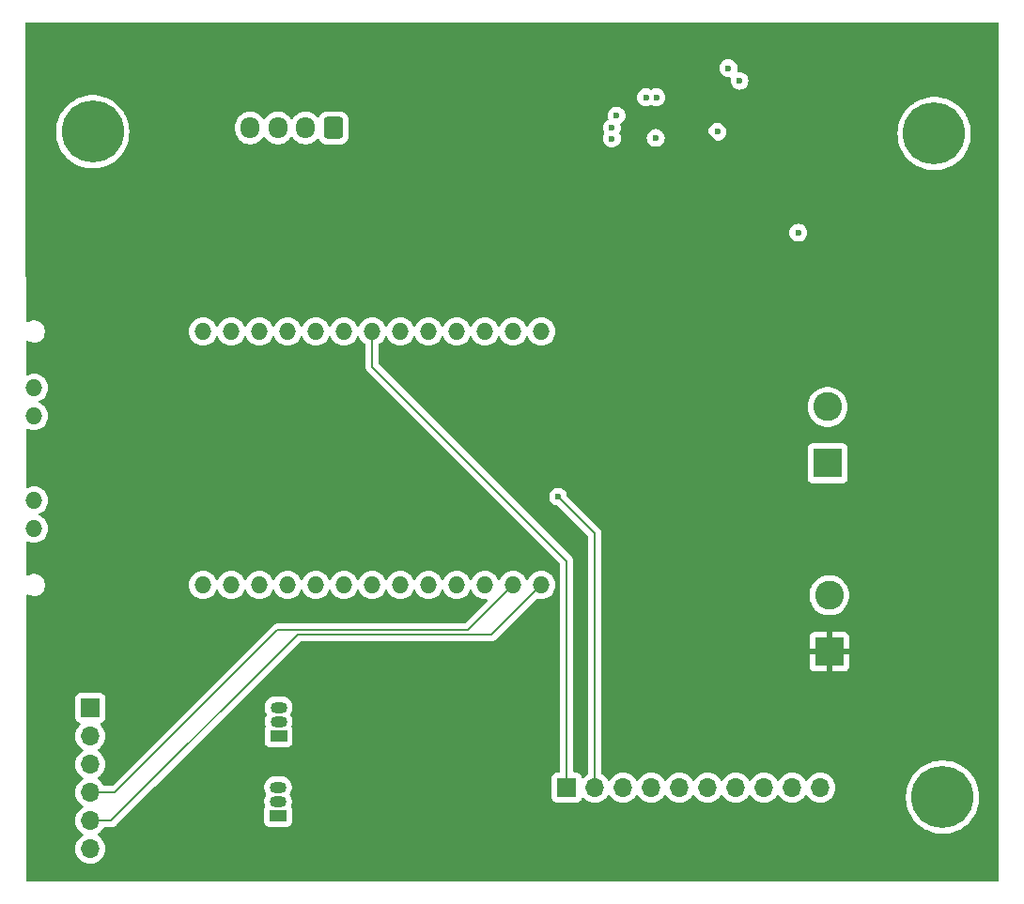
<source format=gbr>
%TF.GenerationSoftware,KiCad,Pcbnew,8.0.6*%
%TF.CreationDate,2025-02-09T15:22:33+01:00*%
%TF.ProjectId,BaseBoard,42617365-426f-4617-9264-2e6b69636164,rev?*%
%TF.SameCoordinates,Original*%
%TF.FileFunction,Copper,L2,Inr*%
%TF.FilePolarity,Positive*%
%FSLAX46Y46*%
G04 Gerber Fmt 4.6, Leading zero omitted, Abs format (unit mm)*
G04 Created by KiCad (PCBNEW 8.0.6) date 2025-02-09 15:22:33*
%MOMM*%
%LPD*%
G01*
G04 APERTURE LIST*
G04 Aperture macros list*
%AMRoundRect*
0 Rectangle with rounded corners*
0 $1 Rounding radius*
0 $2 $3 $4 $5 $6 $7 $8 $9 X,Y pos of 4 corners*
0 Add a 4 corners polygon primitive as box body*
4,1,4,$2,$3,$4,$5,$6,$7,$8,$9,$2,$3,0*
0 Add four circle primitives for the rounded corners*
1,1,$1+$1,$2,$3*
1,1,$1+$1,$4,$5*
1,1,$1+$1,$6,$7*
1,1,$1+$1,$8,$9*
0 Add four rect primitives between the rounded corners*
20,1,$1+$1,$2,$3,$4,$5,0*
20,1,$1+$1,$4,$5,$6,$7,0*
20,1,$1+$1,$6,$7,$8,$9,0*
20,1,$1+$1,$8,$9,$2,$3,0*%
G04 Aperture macros list end*
%TA.AperFunction,ComponentPad*%
%ADD10RoundRect,0.250000X0.600000X0.725000X-0.600000X0.725000X-0.600000X-0.725000X0.600000X-0.725000X0*%
%TD*%
%TA.AperFunction,ComponentPad*%
%ADD11O,1.700000X1.950000*%
%TD*%
%TA.AperFunction,ComponentPad*%
%ADD12C,5.600000*%
%TD*%
%TA.AperFunction,ComponentPad*%
%ADD13R,1.500000X1.050000*%
%TD*%
%TA.AperFunction,ComponentPad*%
%ADD14O,1.500000X1.050000*%
%TD*%
%TA.AperFunction,ComponentPad*%
%ADD15R,2.600000X2.600000*%
%TD*%
%TA.AperFunction,ComponentPad*%
%ADD16C,2.600000*%
%TD*%
%TA.AperFunction,ComponentPad*%
%ADD17R,1.700000X1.700000*%
%TD*%
%TA.AperFunction,ComponentPad*%
%ADD18O,1.700000X1.700000*%
%TD*%
%TA.AperFunction,ComponentPad*%
%ADD19O,1.524000X1.524000*%
%TD*%
%TA.AperFunction,ViaPad*%
%ADD20C,0.600000*%
%TD*%
%TA.AperFunction,Conductor*%
%ADD21C,0.200000*%
%TD*%
G04 APERTURE END LIST*
D10*
%TO.N,+5V*%
%TO.C,J3*%
X129550000Y-65050000D03*
D11*
%TO.N,Net-(J3-Pin_2)*%
X127050000Y-65050000D03*
%TO.N,Net-(J3-Pin_3)*%
X124550000Y-65050000D03*
%TO.N,GND*%
X122050000Y-65050000D03*
%TD*%
D12*
%TO.N,GND*%
%TO.C,H3*%
X184450000Y-125400000D03*
%TD*%
D13*
%TO.N,Net-(J2-Pin_2)*%
%TO.C,Q1*%
X124610000Y-119870000D03*
D14*
%TO.N,Net-(Q1-B)*%
X124610000Y-118600000D03*
%TO.N,Net-(Q1-C)*%
X124610000Y-117330000D03*
%TD*%
D15*
%TO.N,+24V*%
%TO.C,J1*%
X174250000Y-112280000D03*
D16*
%TO.N,GND*%
X174250000Y-107200000D03*
%TD*%
D12*
%TO.N,GND*%
%TO.C,H1*%
X107850000Y-65400000D03*
%TD*%
D17*
%TO.N,Net-(J4-Pin_1)*%
%TO.C,J4*%
X150580000Y-124550000D03*
D18*
%TO.N,Net-(J4-Pin_2)*%
X153120000Y-124550000D03*
%TO.N,Net-(J4-Pin_3)*%
X155660000Y-124550000D03*
%TO.N,Net-(J4-Pin_4)*%
X158200000Y-124550000D03*
%TO.N,Net-(J4-Pin_5)*%
X160740000Y-124550000D03*
%TO.N,Net-(J4-Pin_6)*%
X163280000Y-124550000D03*
%TO.N,Net-(J4-Pin_7)*%
X165820000Y-124550000D03*
%TO.N,Net-(J4-Pin_8)*%
X168360000Y-124550000D03*
%TO.N,Net-(J4-Pin_9)*%
X170900000Y-124550000D03*
%TO.N,Net-(J4-Pin_10)*%
X173440000Y-124550000D03*
%TD*%
D15*
%TO.N,+5V*%
%TO.C,J5*%
X174100000Y-95280000D03*
D16*
%TO.N,GND*%
X174100000Y-90200000D03*
%TD*%
D13*
%TO.N,Net-(Q2-E)*%
%TO.C,Q2*%
X124560000Y-127070000D03*
D14*
%TO.N,Net-(Q2-B)*%
X124560000Y-125800000D03*
%TO.N,Net-(J2-Pin_6)*%
X124560000Y-124530000D03*
%TD*%
D12*
%TO.N,GND*%
%TO.C,H2*%
X183700000Y-65550000D03*
%TD*%
D17*
%TO.N,GND*%
%TO.C,J2*%
X107650000Y-117360000D03*
D18*
%TO.N,Net-(J2-Pin_2)*%
X107650000Y-119900000D03*
%TO.N,+5V*%
X107650000Y-122440000D03*
%TO.N,Net-(J2-Pin_4)*%
X107650000Y-124980000D03*
%TO.N,Net-(J2-Pin_5)*%
X107650000Y-127520000D03*
%TO.N,Net-(J2-Pin_6)*%
X107650000Y-130060000D03*
%TD*%
D19*
%TO.N,Net-(Q1-C)*%
%TO.C,U1*%
X117800000Y-83400000D03*
%TO.N,GND*%
X120340000Y-83400000D03*
%TO.N,+3.3V*%
X122880000Y-83400000D03*
%TO.N,Net-(J4-Pin_2)*%
X125420000Y-83400000D03*
%TO.N,Net-(J3-Pin_3)*%
X127960000Y-83400000D03*
%TO.N,Net-(J3-Pin_2)*%
X130500000Y-83400000D03*
%TO.N,Net-(J4-Pin_1)*%
X133040000Y-83400000D03*
%TO.N,unconnected-(U1-IO17{slash}UART2_TX-Pad8)*%
X135580000Y-83400000D03*
%TO.N,GND*%
X138120000Y-83400000D03*
%TO.N,+3V3*%
X140660000Y-83400000D03*
%TO.N,GND*%
X143200000Y-83400000D03*
%TO.N,+5V*%
X145740000Y-83400000D03*
%TO.N,unconnected-(U1-LINK_LED-Pad13)*%
X148280000Y-83400000D03*
%TO.N,GND*%
X117800000Y-106260000D03*
%TO.N,Net-(J4-Pin_3)*%
X120340000Y-106260000D03*
%TO.N,Net-(J4-Pin_4)*%
X122880000Y-106260000D03*
%TO.N,Net-(J4-Pin_5)*%
X125420000Y-106260000D03*
%TO.N,Net-(J4-Pin_6)*%
X127960000Y-106260000D03*
%TO.N,Net-(J4-Pin_7)*%
X130500000Y-106260000D03*
%TO.N,Net-(J4-Pin_8)*%
X133040000Y-106260000D03*
%TO.N,Net-(J4-Pin_9)*%
X135580000Y-106260000D03*
%TO.N,Net-(J4-Pin_10)*%
X138120000Y-106260000D03*
%TO.N,GND*%
X140660000Y-106260000D03*
%TO.N,Net-(Q2-E)*%
X143200000Y-106260000D03*
%TO.N,Net-(J2-Pin_4)*%
X145740000Y-106260000D03*
%TO.N,Net-(J2-Pin_5)*%
X148280000Y-106260000D03*
%TO.N,N/C*%
X102560000Y-88480000D03*
X102560000Y-91020000D03*
X102560000Y-98640000D03*
X102560000Y-101180000D03*
%TD*%
D20*
%TO.N,Net-(U2-SW)*%
X155075000Y-63925000D03*
X154650000Y-65050000D03*
X154650000Y-66000000D03*
X158600000Y-65950000D03*
X158650000Y-62287500D03*
X157712500Y-62287500D03*
%TO.N,Net-(U2-CB)*%
X166150000Y-60800000D03*
X164150000Y-65400000D03*
%TO.N,GND*%
X165150000Y-59650000D03*
%TO.N,+24V*%
X165187500Y-62287500D03*
X161212500Y-64862500D03*
%TO.N,GND*%
X171450000Y-74500000D03*
%TO.N,Net-(J4-Pin_2)*%
X149800000Y-98300000D03*
%TD*%
D21*
%TO.N,+24V*%
X165950000Y-68200000D02*
X162612500Y-64862500D01*
X165950000Y-105800000D02*
X165950000Y-68200000D01*
X172430000Y-112280000D02*
X165950000Y-105800000D01*
X174250000Y-112280000D02*
X172430000Y-112280000D01*
%TO.N,Net-(J4-Pin_1)*%
X133040000Y-86590000D02*
X133040000Y-83400000D01*
X150580000Y-104130000D02*
X133040000Y-86590000D01*
X150580000Y-124550000D02*
X150580000Y-104130000D01*
%TO.N,Net-(J4-Pin_2)*%
X153120000Y-101620000D02*
X149800000Y-98300000D01*
X153120000Y-124550000D02*
X153120000Y-101620000D01*
%TO.N,+24V*%
X162612500Y-64862500D02*
X161212500Y-64862500D01*
X165187500Y-62287500D02*
X162612500Y-64862500D01*
%TO.N,Net-(J2-Pin_4)*%
X145740000Y-106260000D02*
X141650000Y-110350000D01*
X109870000Y-124980000D02*
X107650000Y-124980000D01*
X141650000Y-110350000D02*
X124500000Y-110350000D01*
X124500000Y-110350000D02*
X109870000Y-124980000D01*
%TO.N,Net-(J2-Pin_5)*%
X143790000Y-110750000D02*
X148280000Y-106260000D01*
X107650000Y-127520000D02*
X109530000Y-127520000D01*
X126300000Y-110750000D02*
X143790000Y-110750000D01*
X109530000Y-127520000D02*
X126300000Y-110750000D01*
%TD*%
%TA.AperFunction,Conductor*%
%TO.N,+24V*%
G36*
X189442539Y-55520185D02*
G01*
X189488294Y-55572989D01*
X189499500Y-55624500D01*
X189499500Y-132875500D01*
X189479815Y-132942539D01*
X189427011Y-132988294D01*
X189375500Y-132999500D01*
X102023712Y-132999500D01*
X101956673Y-132979815D01*
X101910918Y-132927011D01*
X101899712Y-132875659D01*
X101883045Y-119899999D01*
X106294341Y-119899999D01*
X106294341Y-119900000D01*
X106314936Y-120135403D01*
X106314938Y-120135413D01*
X106376094Y-120363655D01*
X106376096Y-120363659D01*
X106376097Y-120363663D01*
X106413035Y-120442876D01*
X106475965Y-120577830D01*
X106475967Y-120577834D01*
X106611501Y-120771395D01*
X106611506Y-120771402D01*
X106778597Y-120938493D01*
X106778603Y-120938498D01*
X106964158Y-121068425D01*
X107007783Y-121123002D01*
X107014977Y-121192500D01*
X106983454Y-121254855D01*
X106964158Y-121271575D01*
X106778597Y-121401505D01*
X106611505Y-121568597D01*
X106475965Y-121762169D01*
X106475964Y-121762171D01*
X106376098Y-121976335D01*
X106376094Y-121976344D01*
X106314938Y-122204586D01*
X106314936Y-122204596D01*
X106294341Y-122439999D01*
X106294341Y-122440000D01*
X106314936Y-122675403D01*
X106314938Y-122675413D01*
X106376094Y-122903655D01*
X106376096Y-122903659D01*
X106376097Y-122903663D01*
X106456226Y-123075500D01*
X106475965Y-123117830D01*
X106475967Y-123117834D01*
X106611501Y-123311395D01*
X106611506Y-123311402D01*
X106778597Y-123478493D01*
X106778603Y-123478498D01*
X106964158Y-123608425D01*
X107007783Y-123663002D01*
X107014977Y-123732500D01*
X106983454Y-123794855D01*
X106964158Y-123811575D01*
X106778597Y-123941505D01*
X106611505Y-124108597D01*
X106475965Y-124302169D01*
X106475964Y-124302171D01*
X106376098Y-124516335D01*
X106376094Y-124516344D01*
X106314938Y-124744586D01*
X106314936Y-124744596D01*
X106294341Y-124979999D01*
X106294341Y-124980000D01*
X106314936Y-125215403D01*
X106314938Y-125215413D01*
X106376094Y-125443655D01*
X106376096Y-125443659D01*
X106376097Y-125443663D01*
X106443635Y-125588498D01*
X106475965Y-125657830D01*
X106475967Y-125657834D01*
X106611501Y-125851395D01*
X106611506Y-125851402D01*
X106778597Y-126018493D01*
X106778603Y-126018498D01*
X106964158Y-126148425D01*
X107007783Y-126203002D01*
X107014977Y-126272500D01*
X106983454Y-126334855D01*
X106964158Y-126351575D01*
X106778597Y-126481505D01*
X106611505Y-126648597D01*
X106475965Y-126842169D01*
X106475964Y-126842171D01*
X106376098Y-127056335D01*
X106376094Y-127056344D01*
X106314938Y-127284586D01*
X106314936Y-127284596D01*
X106294341Y-127519999D01*
X106294341Y-127520000D01*
X106314936Y-127755403D01*
X106314938Y-127755413D01*
X106376094Y-127983655D01*
X106376096Y-127983659D01*
X106376097Y-127983663D01*
X106439906Y-128120501D01*
X106475965Y-128197830D01*
X106475967Y-128197834D01*
X106611501Y-128391395D01*
X106611506Y-128391402D01*
X106778597Y-128558493D01*
X106778603Y-128558498D01*
X106964158Y-128688425D01*
X107007783Y-128743002D01*
X107014977Y-128812500D01*
X106983454Y-128874855D01*
X106964158Y-128891575D01*
X106778597Y-129021505D01*
X106611505Y-129188597D01*
X106475965Y-129382169D01*
X106475964Y-129382171D01*
X106376098Y-129596335D01*
X106376094Y-129596344D01*
X106314938Y-129824586D01*
X106314936Y-129824596D01*
X106294341Y-130059999D01*
X106294341Y-130060000D01*
X106314936Y-130295403D01*
X106314938Y-130295413D01*
X106376094Y-130523655D01*
X106376096Y-130523659D01*
X106376097Y-130523663D01*
X106475965Y-130737830D01*
X106475967Y-130737834D01*
X106584281Y-130892521D01*
X106611505Y-130931401D01*
X106778599Y-131098495D01*
X106875384Y-131166265D01*
X106972165Y-131234032D01*
X106972167Y-131234033D01*
X106972170Y-131234035D01*
X107186337Y-131333903D01*
X107414592Y-131395063D01*
X107602918Y-131411539D01*
X107649999Y-131415659D01*
X107650000Y-131415659D01*
X107650001Y-131415659D01*
X107689234Y-131412226D01*
X107885408Y-131395063D01*
X108113663Y-131333903D01*
X108327830Y-131234035D01*
X108521401Y-131098495D01*
X108688495Y-130931401D01*
X108824035Y-130737830D01*
X108923903Y-130523663D01*
X108985063Y-130295408D01*
X109005659Y-130060000D01*
X108985063Y-129824592D01*
X108923903Y-129596337D01*
X108824035Y-129382171D01*
X108688495Y-129188599D01*
X108688494Y-129188597D01*
X108521402Y-129021506D01*
X108521396Y-129021501D01*
X108335842Y-128891575D01*
X108292217Y-128836998D01*
X108285023Y-128767500D01*
X108316546Y-128705145D01*
X108335842Y-128688425D01*
X108483736Y-128584868D01*
X108521401Y-128558495D01*
X108688495Y-128391401D01*
X108824035Y-128197830D01*
X108826707Y-128192097D01*
X108872878Y-128139658D01*
X108939091Y-128120500D01*
X109443331Y-128120500D01*
X109443347Y-128120501D01*
X109450943Y-128120501D01*
X109609054Y-128120501D01*
X109609057Y-128120501D01*
X109761785Y-128079577D01*
X109832419Y-128038796D01*
X109898716Y-128000520D01*
X110010520Y-127888716D01*
X110010520Y-127888714D01*
X110020724Y-127878511D01*
X110020727Y-127878506D01*
X113470241Y-124428992D01*
X123309500Y-124428992D01*
X123309500Y-124631007D01*
X123348907Y-124829119D01*
X123348909Y-124829127D01*
X123426213Y-125015755D01*
X123479904Y-125096109D01*
X123500782Y-125162787D01*
X123482297Y-125230167D01*
X123479904Y-125233891D01*
X123426213Y-125314244D01*
X123348909Y-125500872D01*
X123348909Y-125500873D01*
X123309500Y-125698992D01*
X123309500Y-125901007D01*
X123348907Y-126099119D01*
X123348909Y-126099127D01*
X123382325Y-126179800D01*
X123389794Y-126249270D01*
X123370038Y-126294660D01*
X123370454Y-126294887D01*
X123367919Y-126299528D01*
X123367037Y-126301556D01*
X123366206Y-126302665D01*
X123366202Y-126302672D01*
X123315908Y-126437517D01*
X123311179Y-126481506D01*
X123309501Y-126497123D01*
X123309500Y-126497135D01*
X123309500Y-127642870D01*
X123309501Y-127642876D01*
X123315908Y-127702483D01*
X123366202Y-127837328D01*
X123366206Y-127837335D01*
X123452452Y-127952544D01*
X123452455Y-127952547D01*
X123567664Y-128038793D01*
X123567671Y-128038797D01*
X123702517Y-128089091D01*
X123702516Y-128089091D01*
X123709444Y-128089835D01*
X123762127Y-128095500D01*
X125357872Y-128095499D01*
X125417483Y-128089091D01*
X125552331Y-128038796D01*
X125667546Y-127952546D01*
X125753796Y-127837331D01*
X125804091Y-127702483D01*
X125810500Y-127642873D01*
X125810499Y-126497128D01*
X125804091Y-126437517D01*
X125769944Y-126345965D01*
X125753797Y-126302671D01*
X125753796Y-126302670D01*
X125753796Y-126302669D01*
X125752967Y-126301562D01*
X125752485Y-126300268D01*
X125749546Y-126294886D01*
X125750319Y-126294463D01*
X125728551Y-126236099D01*
X125737675Y-126179798D01*
X125771089Y-126099132D01*
X125771089Y-126099131D01*
X125771091Y-126099127D01*
X125810500Y-125901003D01*
X125810500Y-125698997D01*
X125771091Y-125500873D01*
X125693786Y-125314244D01*
X125640094Y-125233889D01*
X125619217Y-125167214D01*
X125637701Y-125099834D01*
X125640078Y-125096134D01*
X125693786Y-125015756D01*
X125771091Y-124829127D01*
X125810500Y-124631003D01*
X125810500Y-124428997D01*
X125771091Y-124230873D01*
X125693786Y-124044244D01*
X125693784Y-124044241D01*
X125693782Y-124044237D01*
X125581558Y-123876281D01*
X125438718Y-123733441D01*
X125270762Y-123621217D01*
X125270752Y-123621212D01*
X125084127Y-123543909D01*
X125084119Y-123543907D01*
X124886007Y-123504500D01*
X124886003Y-123504500D01*
X124233997Y-123504500D01*
X124233992Y-123504500D01*
X124035880Y-123543907D01*
X124035872Y-123543909D01*
X123849247Y-123621212D01*
X123849237Y-123621217D01*
X123681281Y-123733441D01*
X123538441Y-123876281D01*
X123426217Y-124044237D01*
X123426212Y-124044247D01*
X123348909Y-124230872D01*
X123348907Y-124230880D01*
X123309500Y-124428992D01*
X113470241Y-124428992D01*
X120670242Y-117228992D01*
X123359500Y-117228992D01*
X123359500Y-117431007D01*
X123398907Y-117629119D01*
X123398909Y-117629127D01*
X123476213Y-117815755D01*
X123529904Y-117896109D01*
X123550782Y-117962787D01*
X123532297Y-118030167D01*
X123529904Y-118033891D01*
X123476213Y-118114244D01*
X123398909Y-118300872D01*
X123398907Y-118300880D01*
X123359500Y-118498992D01*
X123359500Y-118701007D01*
X123398907Y-118899119D01*
X123398909Y-118899127D01*
X123432325Y-118979800D01*
X123439794Y-119049270D01*
X123420038Y-119094660D01*
X123420454Y-119094887D01*
X123417919Y-119099528D01*
X123417037Y-119101556D01*
X123416206Y-119102665D01*
X123416202Y-119102672D01*
X123365908Y-119237517D01*
X123359501Y-119297116D01*
X123359501Y-119297123D01*
X123359500Y-119297135D01*
X123359500Y-120442870D01*
X123359501Y-120442876D01*
X123365908Y-120502483D01*
X123416202Y-120637328D01*
X123416206Y-120637335D01*
X123502452Y-120752544D01*
X123502455Y-120752547D01*
X123617664Y-120838793D01*
X123617671Y-120838797D01*
X123752517Y-120889091D01*
X123752516Y-120889091D01*
X123759444Y-120889835D01*
X123812127Y-120895500D01*
X125407872Y-120895499D01*
X125467483Y-120889091D01*
X125602331Y-120838796D01*
X125717546Y-120752546D01*
X125803796Y-120637331D01*
X125854091Y-120502483D01*
X125860500Y-120442873D01*
X125860499Y-119297128D01*
X125854091Y-119237517D01*
X125848367Y-119222171D01*
X125803797Y-119102671D01*
X125803796Y-119102670D01*
X125803796Y-119102669D01*
X125802967Y-119101562D01*
X125802485Y-119100268D01*
X125799546Y-119094886D01*
X125800319Y-119094463D01*
X125778551Y-119036099D01*
X125787675Y-118979798D01*
X125821089Y-118899132D01*
X125821089Y-118899131D01*
X125821091Y-118899127D01*
X125860500Y-118701003D01*
X125860500Y-118498997D01*
X125821091Y-118300873D01*
X125743786Y-118114244D01*
X125690094Y-118033889D01*
X125669217Y-117967214D01*
X125687701Y-117899834D01*
X125690078Y-117896134D01*
X125743786Y-117815756D01*
X125821091Y-117629127D01*
X125860500Y-117431003D01*
X125860500Y-117228997D01*
X125821091Y-117030873D01*
X125743786Y-116844244D01*
X125743784Y-116844241D01*
X125743782Y-116844237D01*
X125631558Y-116676281D01*
X125488718Y-116533441D01*
X125320762Y-116421217D01*
X125320752Y-116421212D01*
X125134127Y-116343909D01*
X125134119Y-116343907D01*
X124936007Y-116304500D01*
X124936003Y-116304500D01*
X124283997Y-116304500D01*
X124283992Y-116304500D01*
X124085880Y-116343907D01*
X124085872Y-116343909D01*
X123899247Y-116421212D01*
X123899237Y-116421217D01*
X123731281Y-116533441D01*
X123588441Y-116676281D01*
X123476217Y-116844237D01*
X123476212Y-116844247D01*
X123398909Y-117030872D01*
X123398907Y-117030880D01*
X123359500Y-117228992D01*
X120670242Y-117228992D01*
X126512416Y-111386819D01*
X126573739Y-111353334D01*
X126600097Y-111350500D01*
X143703331Y-111350500D01*
X143703347Y-111350501D01*
X143710943Y-111350501D01*
X143869054Y-111350501D01*
X143869057Y-111350501D01*
X144021785Y-111309577D01*
X144071904Y-111280639D01*
X144158716Y-111230520D01*
X144270520Y-111118716D01*
X144270520Y-111118714D01*
X144280728Y-111108507D01*
X144280730Y-111108504D01*
X147868321Y-107520912D01*
X147929642Y-107487429D01*
X147988095Y-107488821D01*
X148059924Y-107508068D01*
X148059925Y-107508068D01*
X148059932Y-107508070D01*
X148247226Y-107524455D01*
X148279998Y-107527323D01*
X148280000Y-107527323D01*
X148280002Y-107527323D01*
X148335017Y-107522509D01*
X148500068Y-107508070D01*
X148713450Y-107450894D01*
X148913662Y-107357534D01*
X149094620Y-107230826D01*
X149250826Y-107074620D01*
X149377534Y-106893662D01*
X149470894Y-106693450D01*
X149528070Y-106480068D01*
X149547323Y-106260000D01*
X149528070Y-106039932D01*
X149470894Y-105826550D01*
X149377534Y-105626339D01*
X149250826Y-105445380D01*
X149094620Y-105289174D01*
X149094616Y-105289171D01*
X149094615Y-105289170D01*
X148913666Y-105162468D01*
X148913662Y-105162466D01*
X148913660Y-105162465D01*
X148713450Y-105069106D01*
X148713447Y-105069105D01*
X148713445Y-105069104D01*
X148500070Y-105011930D01*
X148500062Y-105011929D01*
X148280002Y-104992677D01*
X148279998Y-104992677D01*
X148059937Y-105011929D01*
X148059929Y-105011930D01*
X147846554Y-105069104D01*
X147846548Y-105069107D01*
X147646340Y-105162465D01*
X147646338Y-105162466D01*
X147465377Y-105289175D01*
X147309175Y-105445377D01*
X147182466Y-105626338D01*
X147182465Y-105626340D01*
X147122382Y-105755189D01*
X147076209Y-105807628D01*
X147009016Y-105826780D01*
X146942135Y-105806564D01*
X146897618Y-105755189D01*
X146879059Y-105715390D01*
X146837534Y-105626339D01*
X146710826Y-105445380D01*
X146554620Y-105289174D01*
X146554616Y-105289171D01*
X146554615Y-105289170D01*
X146373666Y-105162468D01*
X146373662Y-105162466D01*
X146373660Y-105162465D01*
X146173450Y-105069106D01*
X146173447Y-105069105D01*
X146173445Y-105069104D01*
X145960070Y-105011930D01*
X145960062Y-105011929D01*
X145740002Y-104992677D01*
X145739998Y-104992677D01*
X145519937Y-105011929D01*
X145519929Y-105011930D01*
X145306554Y-105069104D01*
X145306548Y-105069107D01*
X145106340Y-105162465D01*
X145106338Y-105162466D01*
X144925377Y-105289175D01*
X144769175Y-105445377D01*
X144642466Y-105626338D01*
X144642465Y-105626340D01*
X144582382Y-105755189D01*
X144536209Y-105807628D01*
X144469016Y-105826780D01*
X144402135Y-105806564D01*
X144357618Y-105755189D01*
X144339059Y-105715390D01*
X144297534Y-105626339D01*
X144170826Y-105445380D01*
X144014620Y-105289174D01*
X144014616Y-105289171D01*
X144014615Y-105289170D01*
X143833666Y-105162468D01*
X143833662Y-105162466D01*
X143833660Y-105162465D01*
X143633450Y-105069106D01*
X143633447Y-105069105D01*
X143633445Y-105069104D01*
X143420070Y-105011930D01*
X143420062Y-105011929D01*
X143200002Y-104992677D01*
X143199998Y-104992677D01*
X142979937Y-105011929D01*
X142979929Y-105011930D01*
X142766554Y-105069104D01*
X142766548Y-105069107D01*
X142566340Y-105162465D01*
X142566338Y-105162466D01*
X142385377Y-105289175D01*
X142229175Y-105445377D01*
X142102466Y-105626338D01*
X142102465Y-105626340D01*
X142042382Y-105755189D01*
X141996209Y-105807628D01*
X141929016Y-105826780D01*
X141862135Y-105806564D01*
X141817618Y-105755189D01*
X141799059Y-105715390D01*
X141757534Y-105626339D01*
X141630826Y-105445380D01*
X141474620Y-105289174D01*
X141474616Y-105289171D01*
X141474615Y-105289170D01*
X141293666Y-105162468D01*
X141293662Y-105162466D01*
X141293660Y-105162465D01*
X141093450Y-105069106D01*
X141093447Y-105069105D01*
X141093445Y-105069104D01*
X140880070Y-105011930D01*
X140880062Y-105011929D01*
X140660002Y-104992677D01*
X140659998Y-104992677D01*
X140439937Y-105011929D01*
X140439929Y-105011930D01*
X140226554Y-105069104D01*
X140226548Y-105069107D01*
X140026340Y-105162465D01*
X140026338Y-105162466D01*
X139845377Y-105289175D01*
X139689175Y-105445377D01*
X139562466Y-105626338D01*
X139562465Y-105626340D01*
X139502382Y-105755189D01*
X139456209Y-105807628D01*
X139389016Y-105826780D01*
X139322135Y-105806564D01*
X139277618Y-105755189D01*
X139259059Y-105715390D01*
X139217534Y-105626339D01*
X139090826Y-105445380D01*
X138934620Y-105289174D01*
X138934616Y-105289171D01*
X138934615Y-105289170D01*
X138753666Y-105162468D01*
X138753662Y-105162466D01*
X138753660Y-105162465D01*
X138553450Y-105069106D01*
X138553447Y-105069105D01*
X138553445Y-105069104D01*
X138340070Y-105011930D01*
X138340062Y-105011929D01*
X138120002Y-104992677D01*
X138119998Y-104992677D01*
X137899937Y-105011929D01*
X137899929Y-105011930D01*
X137686554Y-105069104D01*
X137686548Y-105069107D01*
X137486340Y-105162465D01*
X137486338Y-105162466D01*
X137305377Y-105289175D01*
X137149175Y-105445377D01*
X137022466Y-105626338D01*
X137022465Y-105626340D01*
X136962382Y-105755189D01*
X136916209Y-105807628D01*
X136849016Y-105826780D01*
X136782135Y-105806564D01*
X136737618Y-105755189D01*
X136719059Y-105715390D01*
X136677534Y-105626339D01*
X136550826Y-105445380D01*
X136394620Y-105289174D01*
X136394616Y-105289171D01*
X136394615Y-105289170D01*
X136213666Y-105162468D01*
X136213662Y-105162466D01*
X136213660Y-105162465D01*
X136013450Y-105069106D01*
X136013447Y-105069105D01*
X136013445Y-105069104D01*
X135800070Y-105011930D01*
X135800062Y-105011929D01*
X135580002Y-104992677D01*
X135579998Y-104992677D01*
X135359937Y-105011929D01*
X135359929Y-105011930D01*
X135146554Y-105069104D01*
X135146548Y-105069107D01*
X134946340Y-105162465D01*
X134946338Y-105162466D01*
X134765377Y-105289175D01*
X134609175Y-105445377D01*
X134482466Y-105626338D01*
X134482465Y-105626340D01*
X134422382Y-105755189D01*
X134376209Y-105807628D01*
X134309016Y-105826780D01*
X134242135Y-105806564D01*
X134197618Y-105755189D01*
X134179059Y-105715390D01*
X134137534Y-105626339D01*
X134010826Y-105445380D01*
X133854620Y-105289174D01*
X133854616Y-105289171D01*
X133854615Y-105289170D01*
X133673666Y-105162468D01*
X133673662Y-105162466D01*
X133673660Y-105162465D01*
X133473450Y-105069106D01*
X133473447Y-105069105D01*
X133473445Y-105069104D01*
X133260070Y-105011930D01*
X133260062Y-105011929D01*
X133040002Y-104992677D01*
X133039998Y-104992677D01*
X132819937Y-105011929D01*
X132819929Y-105011930D01*
X132606554Y-105069104D01*
X132606548Y-105069107D01*
X132406340Y-105162465D01*
X132406338Y-105162466D01*
X132225377Y-105289175D01*
X132069175Y-105445377D01*
X131942466Y-105626338D01*
X131942465Y-105626340D01*
X131882382Y-105755189D01*
X131836209Y-105807628D01*
X131769016Y-105826780D01*
X131702135Y-105806564D01*
X131657618Y-105755189D01*
X131639059Y-105715390D01*
X131597534Y-105626339D01*
X131470826Y-105445380D01*
X131314620Y-105289174D01*
X131314616Y-105289171D01*
X131314615Y-105289170D01*
X131133666Y-105162468D01*
X131133662Y-105162466D01*
X131133660Y-105162465D01*
X130933450Y-105069106D01*
X130933447Y-105069105D01*
X130933445Y-105069104D01*
X130720070Y-105011930D01*
X130720062Y-105011929D01*
X130500002Y-104992677D01*
X130499998Y-104992677D01*
X130279937Y-105011929D01*
X130279929Y-105011930D01*
X130066554Y-105069104D01*
X130066548Y-105069107D01*
X129866340Y-105162465D01*
X129866338Y-105162466D01*
X129685377Y-105289175D01*
X129529175Y-105445377D01*
X129402466Y-105626338D01*
X129402465Y-105626340D01*
X129342382Y-105755189D01*
X129296209Y-105807628D01*
X129229016Y-105826780D01*
X129162135Y-105806564D01*
X129117618Y-105755189D01*
X129099059Y-105715390D01*
X129057534Y-105626339D01*
X128930826Y-105445380D01*
X128774620Y-105289174D01*
X128774616Y-105289171D01*
X128774615Y-105289170D01*
X128593666Y-105162468D01*
X128593662Y-105162466D01*
X128593660Y-105162465D01*
X128393450Y-105069106D01*
X128393447Y-105069105D01*
X128393445Y-105069104D01*
X128180070Y-105011930D01*
X128180062Y-105011929D01*
X127960002Y-104992677D01*
X127959998Y-104992677D01*
X127739937Y-105011929D01*
X127739929Y-105011930D01*
X127526554Y-105069104D01*
X127526548Y-105069107D01*
X127326340Y-105162465D01*
X127326338Y-105162466D01*
X127145377Y-105289175D01*
X126989175Y-105445377D01*
X126862466Y-105626338D01*
X126862465Y-105626340D01*
X126802382Y-105755189D01*
X126756209Y-105807628D01*
X126689016Y-105826780D01*
X126622135Y-105806564D01*
X126577618Y-105755189D01*
X126559059Y-105715390D01*
X126517534Y-105626339D01*
X126390826Y-105445380D01*
X126234620Y-105289174D01*
X126234616Y-105289171D01*
X126234615Y-105289170D01*
X126053666Y-105162468D01*
X126053662Y-105162466D01*
X126053660Y-105162465D01*
X125853450Y-105069106D01*
X125853447Y-105069105D01*
X125853445Y-105069104D01*
X125640070Y-105011930D01*
X125640062Y-105011929D01*
X125420002Y-104992677D01*
X125419998Y-104992677D01*
X125199937Y-105011929D01*
X125199929Y-105011930D01*
X124986554Y-105069104D01*
X124986548Y-105069107D01*
X124786340Y-105162465D01*
X124786338Y-105162466D01*
X124605377Y-105289175D01*
X124449175Y-105445377D01*
X124322466Y-105626338D01*
X124322465Y-105626340D01*
X124262382Y-105755189D01*
X124216209Y-105807628D01*
X124149016Y-105826780D01*
X124082135Y-105806564D01*
X124037618Y-105755189D01*
X124019059Y-105715390D01*
X123977534Y-105626339D01*
X123850826Y-105445380D01*
X123694620Y-105289174D01*
X123694616Y-105289171D01*
X123694615Y-105289170D01*
X123513666Y-105162468D01*
X123513662Y-105162466D01*
X123513660Y-105162465D01*
X123313450Y-105069106D01*
X123313447Y-105069105D01*
X123313445Y-105069104D01*
X123100070Y-105011930D01*
X123100062Y-105011929D01*
X122880002Y-104992677D01*
X122879998Y-104992677D01*
X122659937Y-105011929D01*
X122659929Y-105011930D01*
X122446554Y-105069104D01*
X122446548Y-105069107D01*
X122246340Y-105162465D01*
X122246338Y-105162466D01*
X122065377Y-105289175D01*
X121909175Y-105445377D01*
X121782466Y-105626338D01*
X121782465Y-105626340D01*
X121722382Y-105755189D01*
X121676209Y-105807628D01*
X121609016Y-105826780D01*
X121542135Y-105806564D01*
X121497618Y-105755189D01*
X121479059Y-105715390D01*
X121437534Y-105626339D01*
X121310826Y-105445380D01*
X121154620Y-105289174D01*
X121154616Y-105289171D01*
X121154615Y-105289170D01*
X120973666Y-105162468D01*
X120973662Y-105162466D01*
X120973660Y-105162465D01*
X120773450Y-105069106D01*
X120773447Y-105069105D01*
X120773445Y-105069104D01*
X120560070Y-105011930D01*
X120560062Y-105011929D01*
X120340002Y-104992677D01*
X120339998Y-104992677D01*
X120119937Y-105011929D01*
X120119929Y-105011930D01*
X119906554Y-105069104D01*
X119906548Y-105069107D01*
X119706340Y-105162465D01*
X119706338Y-105162466D01*
X119525377Y-105289175D01*
X119369175Y-105445377D01*
X119242466Y-105626338D01*
X119242465Y-105626340D01*
X119182382Y-105755189D01*
X119136209Y-105807628D01*
X119069016Y-105826780D01*
X119002135Y-105806564D01*
X118957618Y-105755189D01*
X118939059Y-105715390D01*
X118897534Y-105626339D01*
X118770826Y-105445380D01*
X118614620Y-105289174D01*
X118614616Y-105289171D01*
X118614615Y-105289170D01*
X118433666Y-105162468D01*
X118433662Y-105162466D01*
X118433660Y-105162465D01*
X118233450Y-105069106D01*
X118233447Y-105069105D01*
X118233445Y-105069104D01*
X118020070Y-105011930D01*
X118020062Y-105011929D01*
X117800002Y-104992677D01*
X117799998Y-104992677D01*
X117579937Y-105011929D01*
X117579929Y-105011930D01*
X117366554Y-105069104D01*
X117366548Y-105069107D01*
X117166340Y-105162465D01*
X117166338Y-105162466D01*
X116985377Y-105289175D01*
X116829175Y-105445377D01*
X116702466Y-105626338D01*
X116702465Y-105626340D01*
X116609107Y-105826548D01*
X116609104Y-105826554D01*
X116551930Y-106039929D01*
X116551929Y-106039937D01*
X116532677Y-106259997D01*
X116532677Y-106260002D01*
X116551929Y-106480062D01*
X116551930Y-106480070D01*
X116609104Y-106693445D01*
X116609105Y-106693447D01*
X116609106Y-106693450D01*
X116642382Y-106764811D01*
X116702466Y-106893662D01*
X116702468Y-106893666D01*
X116829170Y-107074615D01*
X116829175Y-107074621D01*
X116985378Y-107230824D01*
X116985384Y-107230829D01*
X117166333Y-107357531D01*
X117166335Y-107357532D01*
X117166338Y-107357534D01*
X117366550Y-107450894D01*
X117579932Y-107508070D01*
X117726743Y-107520914D01*
X117799998Y-107527323D01*
X117800000Y-107527323D01*
X117800002Y-107527323D01*
X117855017Y-107522509D01*
X118020068Y-107508070D01*
X118233450Y-107450894D01*
X118433662Y-107357534D01*
X118614620Y-107230826D01*
X118770826Y-107074620D01*
X118897534Y-106893662D01*
X118957618Y-106764811D01*
X119003790Y-106712371D01*
X119070983Y-106693219D01*
X119137865Y-106713435D01*
X119182382Y-106764811D01*
X119242464Y-106893658D01*
X119242468Y-106893666D01*
X119369170Y-107074615D01*
X119369175Y-107074621D01*
X119525378Y-107230824D01*
X119525384Y-107230829D01*
X119706333Y-107357531D01*
X119706335Y-107357532D01*
X119706338Y-107357534D01*
X119906550Y-107450894D01*
X120119932Y-107508070D01*
X120266743Y-107520914D01*
X120339998Y-107527323D01*
X120340000Y-107527323D01*
X120340002Y-107527323D01*
X120395017Y-107522509D01*
X120560068Y-107508070D01*
X120773450Y-107450894D01*
X120973662Y-107357534D01*
X121154620Y-107230826D01*
X121310826Y-107074620D01*
X121437534Y-106893662D01*
X121497618Y-106764811D01*
X121543790Y-106712371D01*
X121610983Y-106693219D01*
X121677865Y-106713435D01*
X121722382Y-106764811D01*
X121782464Y-106893658D01*
X121782468Y-106893666D01*
X121909170Y-107074615D01*
X121909175Y-107074621D01*
X122065378Y-107230824D01*
X122065384Y-107230829D01*
X122246333Y-107357531D01*
X122246335Y-107357532D01*
X122246338Y-107357534D01*
X122446550Y-107450894D01*
X122659932Y-107508070D01*
X122806743Y-107520914D01*
X122879998Y-107527323D01*
X122880000Y-107527323D01*
X122880002Y-107527323D01*
X122935017Y-107522509D01*
X123100068Y-107508070D01*
X123313450Y-107450894D01*
X123513662Y-107357534D01*
X123694620Y-107230826D01*
X123850826Y-107074620D01*
X123977534Y-106893662D01*
X124037618Y-106764811D01*
X124083790Y-106712371D01*
X124150983Y-106693219D01*
X124217865Y-106713435D01*
X124262382Y-106764811D01*
X124322464Y-106893658D01*
X124322468Y-106893666D01*
X124449170Y-107074615D01*
X124449175Y-107074621D01*
X124605378Y-107230824D01*
X124605384Y-107230829D01*
X124786333Y-107357531D01*
X124786335Y-107357532D01*
X124786338Y-107357534D01*
X124986550Y-107450894D01*
X125199932Y-107508070D01*
X125346743Y-107520914D01*
X125419998Y-107527323D01*
X125420000Y-107527323D01*
X125420002Y-107527323D01*
X125475017Y-107522509D01*
X125640068Y-107508070D01*
X125853450Y-107450894D01*
X126053662Y-107357534D01*
X126234620Y-107230826D01*
X126390826Y-107074620D01*
X126517534Y-106893662D01*
X126577618Y-106764811D01*
X126623790Y-106712371D01*
X126690983Y-106693219D01*
X126757865Y-106713435D01*
X126802382Y-106764811D01*
X126862464Y-106893658D01*
X126862468Y-106893666D01*
X126989170Y-107074615D01*
X126989175Y-107074621D01*
X127145378Y-107230824D01*
X127145384Y-107230829D01*
X127326333Y-107357531D01*
X127326335Y-107357532D01*
X127326338Y-107357534D01*
X127526550Y-107450894D01*
X127739932Y-107508070D01*
X127886743Y-107520914D01*
X127959998Y-107527323D01*
X127960000Y-107527323D01*
X127960002Y-107527323D01*
X128015017Y-107522509D01*
X128180068Y-107508070D01*
X128393450Y-107450894D01*
X128593662Y-107357534D01*
X128774620Y-107230826D01*
X128930826Y-107074620D01*
X129057534Y-106893662D01*
X129117618Y-106764811D01*
X129163790Y-106712371D01*
X129230983Y-106693219D01*
X129297865Y-106713435D01*
X129342382Y-106764811D01*
X129402464Y-106893658D01*
X129402468Y-106893666D01*
X129529170Y-107074615D01*
X129529175Y-107074621D01*
X129685378Y-107230824D01*
X129685384Y-107230829D01*
X129866333Y-107357531D01*
X129866335Y-107357532D01*
X129866338Y-107357534D01*
X130066550Y-107450894D01*
X130279932Y-107508070D01*
X130426743Y-107520914D01*
X130499998Y-107527323D01*
X130500000Y-107527323D01*
X130500002Y-107527323D01*
X130555017Y-107522509D01*
X130720068Y-107508070D01*
X130933450Y-107450894D01*
X131133662Y-107357534D01*
X131314620Y-107230826D01*
X131470826Y-107074620D01*
X131597534Y-106893662D01*
X131657618Y-106764811D01*
X131703790Y-106712371D01*
X131770983Y-106693219D01*
X131837865Y-106713435D01*
X131882382Y-106764811D01*
X131942464Y-106893658D01*
X131942468Y-106893666D01*
X132069170Y-107074615D01*
X132069175Y-107074621D01*
X132225378Y-107230824D01*
X132225384Y-107230829D01*
X132406333Y-107357531D01*
X132406335Y-107357532D01*
X132406338Y-107357534D01*
X132606550Y-107450894D01*
X132819932Y-107508070D01*
X132966743Y-107520914D01*
X133039998Y-107527323D01*
X133040000Y-107527323D01*
X133040002Y-107527323D01*
X133095017Y-107522509D01*
X133260068Y-107508070D01*
X133473450Y-107450894D01*
X133673662Y-107357534D01*
X133854620Y-107230826D01*
X134010826Y-107074620D01*
X134137534Y-106893662D01*
X134197618Y-106764811D01*
X134243790Y-106712371D01*
X134310983Y-106693219D01*
X134377865Y-106713435D01*
X134422382Y-106764811D01*
X134482464Y-106893658D01*
X134482468Y-106893666D01*
X134609170Y-107074615D01*
X134609175Y-107074621D01*
X134765378Y-107230824D01*
X134765384Y-107230829D01*
X134946333Y-107357531D01*
X134946335Y-107357532D01*
X134946338Y-107357534D01*
X135146550Y-107450894D01*
X135359932Y-107508070D01*
X135506743Y-107520914D01*
X135579998Y-107527323D01*
X135580000Y-107527323D01*
X135580002Y-107527323D01*
X135635017Y-107522509D01*
X135800068Y-107508070D01*
X136013450Y-107450894D01*
X136213662Y-107357534D01*
X136394620Y-107230826D01*
X136550826Y-107074620D01*
X136677534Y-106893662D01*
X136737618Y-106764811D01*
X136783790Y-106712371D01*
X136850983Y-106693219D01*
X136917865Y-106713435D01*
X136962382Y-106764811D01*
X137022464Y-106893658D01*
X137022468Y-106893666D01*
X137149170Y-107074615D01*
X137149175Y-107074621D01*
X137305378Y-107230824D01*
X137305384Y-107230829D01*
X137486333Y-107357531D01*
X137486335Y-107357532D01*
X137486338Y-107357534D01*
X137686550Y-107450894D01*
X137899932Y-107508070D01*
X138046743Y-107520914D01*
X138119998Y-107527323D01*
X138120000Y-107527323D01*
X138120002Y-107527323D01*
X138175017Y-107522509D01*
X138340068Y-107508070D01*
X138553450Y-107450894D01*
X138753662Y-107357534D01*
X138934620Y-107230826D01*
X139090826Y-107074620D01*
X139217534Y-106893662D01*
X139277618Y-106764811D01*
X139323790Y-106712371D01*
X139390983Y-106693219D01*
X139457865Y-106713435D01*
X139502382Y-106764811D01*
X139562464Y-106893658D01*
X139562468Y-106893666D01*
X139689170Y-107074615D01*
X139689175Y-107074621D01*
X139845378Y-107230824D01*
X139845384Y-107230829D01*
X140026333Y-107357531D01*
X140026335Y-107357532D01*
X140026338Y-107357534D01*
X140226550Y-107450894D01*
X140439932Y-107508070D01*
X140586743Y-107520914D01*
X140659998Y-107527323D01*
X140660000Y-107527323D01*
X140660002Y-107527323D01*
X140715017Y-107522509D01*
X140880068Y-107508070D01*
X141093450Y-107450894D01*
X141293662Y-107357534D01*
X141474620Y-107230826D01*
X141630826Y-107074620D01*
X141757534Y-106893662D01*
X141817618Y-106764811D01*
X141863790Y-106712371D01*
X141930983Y-106693219D01*
X141997865Y-106713435D01*
X142042382Y-106764811D01*
X142102464Y-106893658D01*
X142102468Y-106893666D01*
X142229170Y-107074615D01*
X142229175Y-107074621D01*
X142385378Y-107230824D01*
X142385384Y-107230829D01*
X142566333Y-107357531D01*
X142566335Y-107357532D01*
X142566338Y-107357534D01*
X142766550Y-107450894D01*
X142979932Y-107508070D01*
X143126743Y-107520914D01*
X143199998Y-107527323D01*
X143200000Y-107527323D01*
X143200001Y-107527323D01*
X143210304Y-107526421D01*
X143324651Y-107516417D01*
X143393148Y-107530183D01*
X143443331Y-107578798D01*
X143459265Y-107646827D01*
X143435890Y-107712670D01*
X143423137Y-107727626D01*
X141437584Y-109713181D01*
X141376261Y-109746666D01*
X141349903Y-109749500D01*
X124420940Y-109749500D01*
X124380019Y-109760464D01*
X124380019Y-109760465D01*
X124342751Y-109770451D01*
X124268214Y-109790423D01*
X124268209Y-109790426D01*
X124131290Y-109869475D01*
X124131282Y-109869481D01*
X124019478Y-109981286D01*
X109657584Y-124343181D01*
X109596261Y-124376666D01*
X109569903Y-124379500D01*
X108939091Y-124379500D01*
X108872052Y-124359815D01*
X108826711Y-124307909D01*
X108824037Y-124302175D01*
X108824034Y-124302170D01*
X108824033Y-124302169D01*
X108688495Y-124108599D01*
X108688494Y-124108597D01*
X108521402Y-123941506D01*
X108521396Y-123941501D01*
X108335842Y-123811575D01*
X108292217Y-123756998D01*
X108285023Y-123687500D01*
X108316546Y-123625145D01*
X108335842Y-123608425D01*
X108474256Y-123511506D01*
X108521401Y-123478495D01*
X108688495Y-123311401D01*
X108824035Y-123117830D01*
X108923903Y-122903663D01*
X108985063Y-122675408D01*
X109005659Y-122440000D01*
X108985063Y-122204592D01*
X108923903Y-121976337D01*
X108824035Y-121762171D01*
X108688495Y-121568599D01*
X108688494Y-121568597D01*
X108521402Y-121401506D01*
X108521396Y-121401501D01*
X108335842Y-121271575D01*
X108292217Y-121216998D01*
X108285023Y-121147500D01*
X108316546Y-121085145D01*
X108335842Y-121068425D01*
X108358026Y-121052891D01*
X108521401Y-120938495D01*
X108688495Y-120771401D01*
X108824035Y-120577830D01*
X108923903Y-120363663D01*
X108985063Y-120135408D01*
X109005659Y-119900000D01*
X108985063Y-119664592D01*
X108923903Y-119436337D01*
X108824035Y-119222171D01*
X108740361Y-119102672D01*
X108688496Y-119028600D01*
X108639694Y-118979798D01*
X108566567Y-118906671D01*
X108533084Y-118845351D01*
X108538068Y-118775659D01*
X108579939Y-118719725D01*
X108610915Y-118702810D01*
X108742331Y-118653796D01*
X108857546Y-118567546D01*
X108943796Y-118452331D01*
X108994091Y-118317483D01*
X109000500Y-118257873D01*
X109000499Y-116462128D01*
X108994091Y-116402517D01*
X108943796Y-116267669D01*
X108943795Y-116267668D01*
X108943793Y-116267664D01*
X108857547Y-116152455D01*
X108857544Y-116152452D01*
X108742335Y-116066206D01*
X108742328Y-116066202D01*
X108607482Y-116015908D01*
X108607483Y-116015908D01*
X108547883Y-116009501D01*
X108547881Y-116009500D01*
X108547873Y-116009500D01*
X108547864Y-116009500D01*
X106752129Y-116009500D01*
X106752123Y-116009501D01*
X106692516Y-116015908D01*
X106557671Y-116066202D01*
X106557664Y-116066206D01*
X106442455Y-116152452D01*
X106442452Y-116152455D01*
X106356206Y-116267664D01*
X106356202Y-116267671D01*
X106305908Y-116402517D01*
X106303898Y-116421217D01*
X106299501Y-116462123D01*
X106299500Y-116462135D01*
X106299500Y-118257870D01*
X106299501Y-118257876D01*
X106305908Y-118317483D01*
X106356202Y-118452328D01*
X106356206Y-118452335D01*
X106442452Y-118567544D01*
X106442455Y-118567547D01*
X106557664Y-118653793D01*
X106557671Y-118653797D01*
X106689081Y-118702810D01*
X106745015Y-118744681D01*
X106769432Y-118810145D01*
X106754580Y-118878418D01*
X106733430Y-118906673D01*
X106611503Y-119028600D01*
X106475965Y-119222169D01*
X106475964Y-119222171D01*
X106376098Y-119436335D01*
X106376094Y-119436344D01*
X106314938Y-119664586D01*
X106314936Y-119664596D01*
X106294341Y-119899999D01*
X101883045Y-119899999D01*
X101882010Y-119094463D01*
X101866772Y-107232236D01*
X101886371Y-107165174D01*
X101939116Y-107119351D01*
X102008261Y-107109319D01*
X102059662Y-107128976D01*
X102086086Y-107146632D01*
X102086088Y-107146633D01*
X102086092Y-107146635D01*
X102214938Y-107200004D01*
X102268165Y-107222051D01*
X102268169Y-107222051D01*
X102268170Y-107222052D01*
X102461456Y-107260500D01*
X102461459Y-107260500D01*
X102658543Y-107260500D01*
X102800632Y-107232236D01*
X102851835Y-107222051D01*
X103033914Y-107146632D01*
X103197782Y-107037139D01*
X103337139Y-106897782D01*
X103446632Y-106733914D01*
X103522051Y-106551835D01*
X103548951Y-106416602D01*
X103560500Y-106358543D01*
X103560500Y-106161456D01*
X103522052Y-105968170D01*
X103522051Y-105968169D01*
X103522051Y-105968165D01*
X103463488Y-105826780D01*
X103446635Y-105786092D01*
X103446628Y-105786079D01*
X103337139Y-105622218D01*
X103337136Y-105622214D01*
X103197785Y-105482863D01*
X103197781Y-105482860D01*
X103033920Y-105373371D01*
X103033907Y-105373364D01*
X102851839Y-105297950D01*
X102851829Y-105297947D01*
X102658543Y-105259500D01*
X102658541Y-105259500D01*
X102461459Y-105259500D01*
X102461457Y-105259500D01*
X102268170Y-105297947D01*
X102268160Y-105297950D01*
X102086092Y-105373364D01*
X102086078Y-105373372D01*
X102057164Y-105392691D01*
X101990486Y-105413567D01*
X101923106Y-105395081D01*
X101876418Y-105343100D01*
X101864277Y-105289750D01*
X101860618Y-102441684D01*
X101880217Y-102374623D01*
X101932962Y-102328800D01*
X102002107Y-102318768D01*
X102037016Y-102329144D01*
X102126550Y-102370894D01*
X102339932Y-102428070D01*
X102495544Y-102441684D01*
X102559998Y-102447323D01*
X102560000Y-102447323D01*
X102560002Y-102447323D01*
X102615017Y-102442509D01*
X102780068Y-102428070D01*
X102993450Y-102370894D01*
X103193662Y-102277534D01*
X103374620Y-102150826D01*
X103530826Y-101994620D01*
X103657534Y-101813662D01*
X103750894Y-101613450D01*
X103808070Y-101400068D01*
X103827323Y-101180000D01*
X103808070Y-100959932D01*
X103750894Y-100746550D01*
X103657534Y-100546339D01*
X103530826Y-100365380D01*
X103374620Y-100209174D01*
X103374616Y-100209171D01*
X103374615Y-100209170D01*
X103193666Y-100082468D01*
X103193658Y-100082464D01*
X103064811Y-100022382D01*
X103012371Y-99976210D01*
X102993219Y-99909017D01*
X103013435Y-99842135D01*
X103064811Y-99797618D01*
X103070802Y-99794824D01*
X103193662Y-99737534D01*
X103374620Y-99610826D01*
X103530826Y-99454620D01*
X103657534Y-99273662D01*
X103750894Y-99073450D01*
X103808070Y-98860068D01*
X103827323Y-98640000D01*
X103808070Y-98419932D01*
X103750894Y-98206550D01*
X103657534Y-98006339D01*
X103530826Y-97825380D01*
X103374620Y-97669174D01*
X103374616Y-97669171D01*
X103374615Y-97669170D01*
X103193666Y-97542468D01*
X103193662Y-97542466D01*
X102993450Y-97449106D01*
X102993447Y-97449105D01*
X102993445Y-97449104D01*
X102780070Y-97391930D01*
X102780062Y-97391929D01*
X102560002Y-97372677D01*
X102559998Y-97372677D01*
X102339937Y-97391929D01*
X102339929Y-97391930D01*
X102126554Y-97449104D01*
X102126543Y-97449108D01*
X102030522Y-97493884D01*
X101961445Y-97504376D01*
X101897661Y-97475856D01*
X101859422Y-97417379D01*
X101854119Y-97381667D01*
X101847560Y-92275597D01*
X101867159Y-92208534D01*
X101919904Y-92162711D01*
X101989049Y-92152679D01*
X102023958Y-92163055D01*
X102126550Y-92210894D01*
X102339932Y-92268070D01*
X102497123Y-92281822D01*
X102559998Y-92287323D01*
X102560000Y-92287323D01*
X102560002Y-92287323D01*
X102615017Y-92282509D01*
X102780068Y-92268070D01*
X102993450Y-92210894D01*
X103193662Y-92117534D01*
X103374620Y-91990826D01*
X103530826Y-91834620D01*
X103657534Y-91653662D01*
X103750894Y-91453450D01*
X103808070Y-91240068D01*
X103827323Y-91020000D01*
X103808070Y-90799932D01*
X103750894Y-90586550D01*
X103657534Y-90386339D01*
X103530826Y-90205380D01*
X103374620Y-90049174D01*
X103374616Y-90049171D01*
X103374615Y-90049170D01*
X103193666Y-89922468D01*
X103193658Y-89922464D01*
X103064811Y-89862382D01*
X103012371Y-89816210D01*
X102993219Y-89749017D01*
X103013435Y-89682135D01*
X103064811Y-89637618D01*
X103070802Y-89634824D01*
X103193662Y-89577534D01*
X103374620Y-89450826D01*
X103530826Y-89294620D01*
X103657534Y-89113662D01*
X103750894Y-88913450D01*
X103808070Y-88700068D01*
X103827323Y-88480000D01*
X103808070Y-88259932D01*
X103750894Y-88046550D01*
X103657534Y-87846339D01*
X103530826Y-87665380D01*
X103374620Y-87509174D01*
X103374616Y-87509171D01*
X103374615Y-87509170D01*
X103193666Y-87382468D01*
X103193662Y-87382466D01*
X103102520Y-87339966D01*
X102993450Y-87289106D01*
X102993447Y-87289105D01*
X102993445Y-87289104D01*
X102780070Y-87231930D01*
X102780062Y-87231929D01*
X102560002Y-87212677D01*
X102559998Y-87212677D01*
X102339937Y-87231929D01*
X102339929Y-87231930D01*
X102126554Y-87289104D01*
X102126543Y-87289108D01*
X102017479Y-87339966D01*
X101948402Y-87350458D01*
X101884618Y-87321938D01*
X101846379Y-87263461D01*
X101841076Y-87227750D01*
X101837382Y-84352597D01*
X101856981Y-84285537D01*
X101909726Y-84239714D01*
X101978871Y-84229682D01*
X102030272Y-84249339D01*
X102086081Y-84286629D01*
X102086092Y-84286635D01*
X102245341Y-84352597D01*
X102268165Y-84362051D01*
X102268169Y-84362051D01*
X102268170Y-84362052D01*
X102461456Y-84400500D01*
X102461459Y-84400500D01*
X102658543Y-84400500D01*
X102788582Y-84374632D01*
X102851835Y-84362051D01*
X103033914Y-84286632D01*
X103197782Y-84177139D01*
X103337139Y-84037782D01*
X103446632Y-83873914D01*
X103522051Y-83691835D01*
X103560500Y-83498541D01*
X103560500Y-83399997D01*
X116532677Y-83399997D01*
X116532677Y-83400002D01*
X116551929Y-83620062D01*
X116551930Y-83620070D01*
X116609104Y-83833445D01*
X116609105Y-83833447D01*
X116609106Y-83833450D01*
X116642382Y-83904811D01*
X116702466Y-84033662D01*
X116702468Y-84033666D01*
X116829170Y-84214615D01*
X116829175Y-84214621D01*
X116985378Y-84370824D01*
X116985384Y-84370829D01*
X117166333Y-84497531D01*
X117166335Y-84497532D01*
X117166338Y-84497534D01*
X117366550Y-84590894D01*
X117579932Y-84648070D01*
X117737123Y-84661822D01*
X117799998Y-84667323D01*
X117800000Y-84667323D01*
X117800002Y-84667323D01*
X117855017Y-84662509D01*
X118020068Y-84648070D01*
X118233450Y-84590894D01*
X118433662Y-84497534D01*
X118614620Y-84370826D01*
X118770826Y-84214620D01*
X118897534Y-84033662D01*
X118957618Y-83904811D01*
X119003790Y-83852371D01*
X119070983Y-83833219D01*
X119137865Y-83853435D01*
X119182382Y-83904811D01*
X119242464Y-84033658D01*
X119242468Y-84033666D01*
X119369170Y-84214615D01*
X119369175Y-84214621D01*
X119525378Y-84370824D01*
X119525384Y-84370829D01*
X119706333Y-84497531D01*
X119706335Y-84497532D01*
X119706338Y-84497534D01*
X119906550Y-84590894D01*
X120119932Y-84648070D01*
X120277123Y-84661822D01*
X120339998Y-84667323D01*
X120340000Y-84667323D01*
X120340002Y-84667323D01*
X120395017Y-84662509D01*
X120560068Y-84648070D01*
X120773450Y-84590894D01*
X120973662Y-84497534D01*
X121154620Y-84370826D01*
X121310826Y-84214620D01*
X121437534Y-84033662D01*
X121497618Y-83904811D01*
X121543790Y-83852371D01*
X121610983Y-83833219D01*
X121677865Y-83853435D01*
X121722382Y-83904811D01*
X121782464Y-84033658D01*
X121782468Y-84033666D01*
X121909170Y-84214615D01*
X121909175Y-84214621D01*
X122065378Y-84370824D01*
X122065384Y-84370829D01*
X122246333Y-84497531D01*
X122246335Y-84497532D01*
X122246338Y-84497534D01*
X122446550Y-84590894D01*
X122659932Y-84648070D01*
X122817123Y-84661822D01*
X122879998Y-84667323D01*
X122880000Y-84667323D01*
X122880002Y-84667323D01*
X122935017Y-84662509D01*
X123100068Y-84648070D01*
X123313450Y-84590894D01*
X123513662Y-84497534D01*
X123694620Y-84370826D01*
X123850826Y-84214620D01*
X123977534Y-84033662D01*
X124037618Y-83904811D01*
X124083790Y-83852371D01*
X124150983Y-83833219D01*
X124217865Y-83853435D01*
X124262382Y-83904811D01*
X124322464Y-84033658D01*
X124322468Y-84033666D01*
X124449170Y-84214615D01*
X124449175Y-84214621D01*
X124605378Y-84370824D01*
X124605384Y-84370829D01*
X124786333Y-84497531D01*
X124786335Y-84497532D01*
X124786338Y-84497534D01*
X124986550Y-84590894D01*
X125199932Y-84648070D01*
X125357123Y-84661822D01*
X125419998Y-84667323D01*
X125420000Y-84667323D01*
X125420002Y-84667323D01*
X125475017Y-84662509D01*
X125640068Y-84648070D01*
X125853450Y-84590894D01*
X126053662Y-84497534D01*
X126234620Y-84370826D01*
X126390826Y-84214620D01*
X126517534Y-84033662D01*
X126577618Y-83904811D01*
X126623790Y-83852371D01*
X126690983Y-83833219D01*
X126757865Y-83853435D01*
X126802382Y-83904811D01*
X126862464Y-84033658D01*
X126862468Y-84033666D01*
X126989170Y-84214615D01*
X126989175Y-84214621D01*
X127145378Y-84370824D01*
X127145384Y-84370829D01*
X127326333Y-84497531D01*
X127326335Y-84497532D01*
X127326338Y-84497534D01*
X127526550Y-84590894D01*
X127739932Y-84648070D01*
X127897123Y-84661822D01*
X127959998Y-84667323D01*
X127960000Y-84667323D01*
X127960002Y-84667323D01*
X128015017Y-84662509D01*
X128180068Y-84648070D01*
X128393450Y-84590894D01*
X128593662Y-84497534D01*
X128774620Y-84370826D01*
X128930826Y-84214620D01*
X129057534Y-84033662D01*
X129117618Y-83904811D01*
X129163790Y-83852371D01*
X129230983Y-83833219D01*
X129297865Y-83853435D01*
X129342382Y-83904811D01*
X129402464Y-84033658D01*
X129402468Y-84033666D01*
X129529170Y-84214615D01*
X129529175Y-84214621D01*
X129685378Y-84370824D01*
X129685384Y-84370829D01*
X129866333Y-84497531D01*
X129866335Y-84497532D01*
X129866338Y-84497534D01*
X130066550Y-84590894D01*
X130279932Y-84648070D01*
X130437123Y-84661822D01*
X130499998Y-84667323D01*
X130500000Y-84667323D01*
X130500002Y-84667323D01*
X130555017Y-84662509D01*
X130720068Y-84648070D01*
X130933450Y-84590894D01*
X131133662Y-84497534D01*
X131314620Y-84370826D01*
X131470826Y-84214620D01*
X131597534Y-84033662D01*
X131657618Y-83904811D01*
X131703790Y-83852371D01*
X131770983Y-83833219D01*
X131837865Y-83853435D01*
X131882382Y-83904811D01*
X131942464Y-84033658D01*
X131942468Y-84033666D01*
X132069170Y-84214615D01*
X132069174Y-84214620D01*
X132225380Y-84370826D01*
X132386623Y-84483729D01*
X132430248Y-84538306D01*
X132439500Y-84585304D01*
X132439500Y-86503330D01*
X132439499Y-86503348D01*
X132439499Y-86669054D01*
X132439498Y-86669054D01*
X132480423Y-86821785D01*
X132509358Y-86871900D01*
X132509359Y-86871904D01*
X132509360Y-86871904D01*
X132559479Y-86958714D01*
X132559481Y-86958717D01*
X132678349Y-87077585D01*
X132678355Y-87077590D01*
X149943181Y-104342416D01*
X149976666Y-104403739D01*
X149979500Y-104430097D01*
X149979500Y-123075500D01*
X149959815Y-123142539D01*
X149907011Y-123188294D01*
X149855501Y-123199500D01*
X149682130Y-123199500D01*
X149682123Y-123199501D01*
X149622516Y-123205908D01*
X149487671Y-123256202D01*
X149487664Y-123256206D01*
X149372455Y-123342452D01*
X149372452Y-123342455D01*
X149286206Y-123457664D01*
X149286202Y-123457671D01*
X149235908Y-123592517D01*
X149229501Y-123652116D01*
X149229500Y-123652135D01*
X149229500Y-125447870D01*
X149229501Y-125447876D01*
X149235908Y-125507483D01*
X149286202Y-125642328D01*
X149286206Y-125642335D01*
X149372452Y-125757544D01*
X149372455Y-125757547D01*
X149487664Y-125843793D01*
X149487671Y-125843797D01*
X149622517Y-125894091D01*
X149622516Y-125894091D01*
X149629444Y-125894835D01*
X149682127Y-125900500D01*
X151477872Y-125900499D01*
X151537483Y-125894091D01*
X151672331Y-125843796D01*
X151787546Y-125757546D01*
X151873796Y-125642331D01*
X151922810Y-125510916D01*
X151964681Y-125454984D01*
X152030145Y-125430566D01*
X152098418Y-125445417D01*
X152126673Y-125466569D01*
X152248599Y-125588495D01*
X152339435Y-125652099D01*
X152442165Y-125724032D01*
X152442167Y-125724033D01*
X152442170Y-125724035D01*
X152656337Y-125823903D01*
X152884592Y-125885063D01*
X153061034Y-125900500D01*
X153119999Y-125905659D01*
X153120000Y-125905659D01*
X153120001Y-125905659D01*
X153173171Y-125901007D01*
X153355408Y-125885063D01*
X153583663Y-125823903D01*
X153797830Y-125724035D01*
X153991401Y-125588495D01*
X154158495Y-125421401D01*
X154288425Y-125235842D01*
X154343002Y-125192217D01*
X154412500Y-125185023D01*
X154474855Y-125216546D01*
X154491575Y-125235842D01*
X154621500Y-125421395D01*
X154621505Y-125421401D01*
X154788599Y-125588495D01*
X154879435Y-125652099D01*
X154982165Y-125724032D01*
X154982167Y-125724033D01*
X154982170Y-125724035D01*
X155196337Y-125823903D01*
X155424592Y-125885063D01*
X155601034Y-125900500D01*
X155659999Y-125905659D01*
X155660000Y-125905659D01*
X155660001Y-125905659D01*
X155713171Y-125901007D01*
X155895408Y-125885063D01*
X156123663Y-125823903D01*
X156337830Y-125724035D01*
X156531401Y-125588495D01*
X156698495Y-125421401D01*
X156828425Y-125235842D01*
X156883002Y-125192217D01*
X156952500Y-125185023D01*
X157014855Y-125216546D01*
X157031575Y-125235842D01*
X157161500Y-125421395D01*
X157161505Y-125421401D01*
X157328599Y-125588495D01*
X157419435Y-125652099D01*
X157522165Y-125724032D01*
X157522167Y-125724033D01*
X157522170Y-125724035D01*
X157736337Y-125823903D01*
X157964592Y-125885063D01*
X158141034Y-125900500D01*
X158199999Y-125905659D01*
X158200000Y-125905659D01*
X158200001Y-125905659D01*
X158253171Y-125901007D01*
X158435408Y-125885063D01*
X158663663Y-125823903D01*
X158877830Y-125724035D01*
X159071401Y-125588495D01*
X159238495Y-125421401D01*
X159368425Y-125235842D01*
X159423002Y-125192217D01*
X159492500Y-125185023D01*
X159554855Y-125216546D01*
X159571575Y-125235842D01*
X159701500Y-125421395D01*
X159701505Y-125421401D01*
X159868599Y-125588495D01*
X159959435Y-125652099D01*
X160062165Y-125724032D01*
X160062167Y-125724033D01*
X160062170Y-125724035D01*
X160276337Y-125823903D01*
X160504592Y-125885063D01*
X160681034Y-125900500D01*
X160739999Y-125905659D01*
X160740000Y-125905659D01*
X160740001Y-125905659D01*
X160793171Y-125901007D01*
X160975408Y-125885063D01*
X161203663Y-125823903D01*
X161417830Y-125724035D01*
X161611401Y-125588495D01*
X161778495Y-125421401D01*
X161908425Y-125235842D01*
X161963002Y-125192217D01*
X162032500Y-125185023D01*
X162094855Y-125216546D01*
X162111575Y-125235842D01*
X162241500Y-125421395D01*
X162241505Y-125421401D01*
X162408599Y-125588495D01*
X162499435Y-125652099D01*
X162602165Y-125724032D01*
X162602167Y-125724033D01*
X162602170Y-125724035D01*
X162816337Y-125823903D01*
X163044592Y-125885063D01*
X163221034Y-125900500D01*
X163279999Y-125905659D01*
X163280000Y-125905659D01*
X163280001Y-125905659D01*
X163333171Y-125901007D01*
X163515408Y-125885063D01*
X163743663Y-125823903D01*
X163957830Y-125724035D01*
X164151401Y-125588495D01*
X164318495Y-125421401D01*
X164448425Y-125235842D01*
X164503002Y-125192217D01*
X164572500Y-125185023D01*
X164634855Y-125216546D01*
X164651575Y-125235842D01*
X164781500Y-125421395D01*
X164781505Y-125421401D01*
X164948599Y-125588495D01*
X165039435Y-125652099D01*
X165142165Y-125724032D01*
X165142167Y-125724033D01*
X165142170Y-125724035D01*
X165356337Y-125823903D01*
X165584592Y-125885063D01*
X165761034Y-125900500D01*
X165819999Y-125905659D01*
X165820000Y-125905659D01*
X165820001Y-125905659D01*
X165873171Y-125901007D01*
X166055408Y-125885063D01*
X166283663Y-125823903D01*
X166497830Y-125724035D01*
X166691401Y-125588495D01*
X166858495Y-125421401D01*
X166988425Y-125235842D01*
X167043002Y-125192217D01*
X167112500Y-125185023D01*
X167174855Y-125216546D01*
X167191575Y-125235842D01*
X167321500Y-125421395D01*
X167321505Y-125421401D01*
X167488599Y-125588495D01*
X167579435Y-125652099D01*
X167682165Y-125724032D01*
X167682167Y-125724033D01*
X167682170Y-125724035D01*
X167896337Y-125823903D01*
X168124592Y-125885063D01*
X168301034Y-125900500D01*
X168359999Y-125905659D01*
X168360000Y-125905659D01*
X168360001Y-125905659D01*
X168413171Y-125901007D01*
X168595408Y-125885063D01*
X168823663Y-125823903D01*
X169037830Y-125724035D01*
X169231401Y-125588495D01*
X169398495Y-125421401D01*
X169528425Y-125235842D01*
X169583002Y-125192217D01*
X169652500Y-125185023D01*
X169714855Y-125216546D01*
X169731575Y-125235842D01*
X169861500Y-125421395D01*
X169861505Y-125421401D01*
X170028599Y-125588495D01*
X170119435Y-125652099D01*
X170222165Y-125724032D01*
X170222167Y-125724033D01*
X170222170Y-125724035D01*
X170436337Y-125823903D01*
X170664592Y-125885063D01*
X170841034Y-125900500D01*
X170899999Y-125905659D01*
X170900000Y-125905659D01*
X170900001Y-125905659D01*
X170953171Y-125901007D01*
X171135408Y-125885063D01*
X171363663Y-125823903D01*
X171577830Y-125724035D01*
X171771401Y-125588495D01*
X171938495Y-125421401D01*
X172068425Y-125235842D01*
X172123002Y-125192217D01*
X172192500Y-125185023D01*
X172254855Y-125216546D01*
X172271575Y-125235842D01*
X172401500Y-125421395D01*
X172401505Y-125421401D01*
X172568599Y-125588495D01*
X172659435Y-125652099D01*
X172762165Y-125724032D01*
X172762167Y-125724033D01*
X172762170Y-125724035D01*
X172976337Y-125823903D01*
X173204592Y-125885063D01*
X173381034Y-125900500D01*
X173439999Y-125905659D01*
X173440000Y-125905659D01*
X173440001Y-125905659D01*
X173493171Y-125901007D01*
X173675408Y-125885063D01*
X173903663Y-125823903D01*
X174117830Y-125724035D01*
X174311401Y-125588495D01*
X174478495Y-125421401D01*
X174493482Y-125399997D01*
X181144652Y-125399997D01*
X181144652Y-125400002D01*
X181152220Y-125539577D01*
X181162220Y-125724032D01*
X181164028Y-125757368D01*
X181164029Y-125757385D01*
X181221926Y-126110539D01*
X181221932Y-126110565D01*
X181317672Y-126455392D01*
X181317674Y-126455399D01*
X181450142Y-126787870D01*
X181450151Y-126787888D01*
X181617784Y-127104077D01*
X181617787Y-127104082D01*
X181617789Y-127104085D01*
X181740178Y-127284596D01*
X181818634Y-127400309D01*
X181818641Y-127400319D01*
X182024661Y-127642864D01*
X182050332Y-127673086D01*
X182310163Y-127919211D01*
X182595081Y-128135800D01*
X182901747Y-128320315D01*
X182901749Y-128320316D01*
X182901751Y-128320317D01*
X182901755Y-128320319D01*
X183055400Y-128391402D01*
X183226565Y-128470591D01*
X183565726Y-128584868D01*
X183915254Y-128661805D01*
X184271052Y-128700500D01*
X184271058Y-128700500D01*
X184628942Y-128700500D01*
X184628948Y-128700500D01*
X184984746Y-128661805D01*
X185334274Y-128584868D01*
X185673435Y-128470591D01*
X185998253Y-128320315D01*
X186304919Y-128135800D01*
X186589837Y-127919211D01*
X186849668Y-127673086D01*
X187081365Y-127400311D01*
X187282211Y-127104085D01*
X187449853Y-126787880D01*
X187582324Y-126455403D01*
X187678071Y-126110552D01*
X187695891Y-126001848D01*
X187735970Y-125757385D01*
X187735970Y-125757382D01*
X187735972Y-125757371D01*
X187755348Y-125400000D01*
X187735972Y-125042629D01*
X187732595Y-125022032D01*
X187678073Y-124689460D01*
X187678072Y-124689459D01*
X187678071Y-124689448D01*
X187630007Y-124516335D01*
X187582327Y-124344607D01*
X187582325Y-124344600D01*
X187570370Y-124314596D01*
X187462654Y-124044247D01*
X187449857Y-124012129D01*
X187449848Y-124012111D01*
X187282215Y-123695922D01*
X187282213Y-123695919D01*
X187282211Y-123695915D01*
X187081365Y-123399689D01*
X187081361Y-123399684D01*
X187081358Y-123399680D01*
X186849668Y-123126914D01*
X186795391Y-123075500D01*
X186589837Y-122880789D01*
X186589830Y-122880783D01*
X186589827Y-122880781D01*
X186522245Y-122829407D01*
X186304919Y-122664200D01*
X185998253Y-122479685D01*
X185998252Y-122479684D01*
X185998248Y-122479682D01*
X185998244Y-122479680D01*
X185673447Y-122329414D01*
X185673441Y-122329411D01*
X185673435Y-122329409D01*
X185503854Y-122272270D01*
X185334273Y-122215131D01*
X184984744Y-122138194D01*
X184628949Y-122099500D01*
X184628948Y-122099500D01*
X184271052Y-122099500D01*
X184271050Y-122099500D01*
X183915255Y-122138194D01*
X183565726Y-122215131D01*
X183309970Y-122301306D01*
X183226565Y-122329409D01*
X183226563Y-122329410D01*
X183226552Y-122329414D01*
X182901755Y-122479680D01*
X182901751Y-122479682D01*
X182673367Y-122617096D01*
X182595081Y-122664200D01*
X182580331Y-122675413D01*
X182310172Y-122880781D01*
X182310163Y-122880789D01*
X182050331Y-123126914D01*
X181818641Y-123399680D01*
X181818634Y-123399690D01*
X181617790Y-123695913D01*
X181617784Y-123695922D01*
X181450151Y-124012111D01*
X181450142Y-124012129D01*
X181317674Y-124344600D01*
X181317672Y-124344607D01*
X181221932Y-124689434D01*
X181221926Y-124689460D01*
X181164029Y-125042614D01*
X181164028Y-125042627D01*
X181164028Y-125042629D01*
X181157513Y-125162787D01*
X181144652Y-125399997D01*
X174493482Y-125399997D01*
X174614035Y-125227830D01*
X174713903Y-125013663D01*
X174775063Y-124785408D01*
X174795659Y-124550000D01*
X174775063Y-124314592D01*
X174719868Y-124108599D01*
X174713905Y-124086344D01*
X174713904Y-124086343D01*
X174713903Y-124086337D01*
X174614035Y-123872171D01*
X174608425Y-123864158D01*
X174478494Y-123678597D01*
X174311402Y-123511506D01*
X174311395Y-123511501D01*
X174117834Y-123375967D01*
X174117830Y-123375965D01*
X174112085Y-123373286D01*
X173903663Y-123276097D01*
X173903659Y-123276096D01*
X173903655Y-123276094D01*
X173675413Y-123214938D01*
X173675403Y-123214936D01*
X173440001Y-123194341D01*
X173439999Y-123194341D01*
X173204596Y-123214936D01*
X173204586Y-123214938D01*
X172976344Y-123276094D01*
X172976335Y-123276098D01*
X172762171Y-123375964D01*
X172762169Y-123375965D01*
X172568597Y-123511505D01*
X172401505Y-123678597D01*
X172271575Y-123864158D01*
X172216998Y-123907783D01*
X172147500Y-123914977D01*
X172085145Y-123883454D01*
X172068425Y-123864158D01*
X171938494Y-123678597D01*
X171771402Y-123511506D01*
X171771395Y-123511501D01*
X171577834Y-123375967D01*
X171577830Y-123375965D01*
X171572085Y-123373286D01*
X171363663Y-123276097D01*
X171363659Y-123276096D01*
X171363655Y-123276094D01*
X171135413Y-123214938D01*
X171135403Y-123214936D01*
X170900001Y-123194341D01*
X170899999Y-123194341D01*
X170664596Y-123214936D01*
X170664586Y-123214938D01*
X170436344Y-123276094D01*
X170436335Y-123276098D01*
X170222171Y-123375964D01*
X170222169Y-123375965D01*
X170028597Y-123511505D01*
X169861505Y-123678597D01*
X169731575Y-123864158D01*
X169676998Y-123907783D01*
X169607500Y-123914977D01*
X169545145Y-123883454D01*
X169528425Y-123864158D01*
X169398494Y-123678597D01*
X169231402Y-123511506D01*
X169231395Y-123511501D01*
X169037834Y-123375967D01*
X169037830Y-123375965D01*
X169032085Y-123373286D01*
X168823663Y-123276097D01*
X168823659Y-123276096D01*
X168823655Y-123276094D01*
X168595413Y-123214938D01*
X168595403Y-123214936D01*
X168360001Y-123194341D01*
X168359999Y-123194341D01*
X168124596Y-123214936D01*
X168124586Y-123214938D01*
X167896344Y-123276094D01*
X167896335Y-123276098D01*
X167682171Y-123375964D01*
X167682169Y-123375965D01*
X167488597Y-123511505D01*
X167321505Y-123678597D01*
X167191575Y-123864158D01*
X167136998Y-123907783D01*
X167067500Y-123914977D01*
X167005145Y-123883454D01*
X166988425Y-123864158D01*
X166858494Y-123678597D01*
X166691402Y-123511506D01*
X166691395Y-123511501D01*
X166497834Y-123375967D01*
X166497830Y-123375965D01*
X166492085Y-123373286D01*
X166283663Y-123276097D01*
X166283659Y-123276096D01*
X166283655Y-123276094D01*
X166055413Y-123214938D01*
X166055403Y-123214936D01*
X165820001Y-123194341D01*
X165819999Y-123194341D01*
X165584596Y-123214936D01*
X165584586Y-123214938D01*
X165356344Y-123276094D01*
X165356335Y-123276098D01*
X165142171Y-123375964D01*
X165142169Y-123375965D01*
X164948597Y-123511505D01*
X164781505Y-123678597D01*
X164651575Y-123864158D01*
X164596998Y-123907783D01*
X164527500Y-123914977D01*
X164465145Y-123883454D01*
X164448425Y-123864158D01*
X164318494Y-123678597D01*
X164151402Y-123511506D01*
X164151395Y-123511501D01*
X163957834Y-123375967D01*
X163957830Y-123375965D01*
X163952085Y-123373286D01*
X163743663Y-123276097D01*
X163743659Y-123276096D01*
X163743655Y-123276094D01*
X163515413Y-123214938D01*
X163515403Y-123214936D01*
X163280001Y-123194341D01*
X163279999Y-123194341D01*
X163044596Y-123214936D01*
X163044586Y-123214938D01*
X162816344Y-123276094D01*
X162816335Y-123276098D01*
X162602171Y-123375964D01*
X162602169Y-123375965D01*
X162408597Y-123511505D01*
X162241505Y-123678597D01*
X162111575Y-123864158D01*
X162056998Y-123907783D01*
X161987500Y-123914977D01*
X161925145Y-123883454D01*
X161908425Y-123864158D01*
X161778494Y-123678597D01*
X161611402Y-123511506D01*
X161611395Y-123511501D01*
X161417834Y-123375967D01*
X161417830Y-123375965D01*
X161412085Y-123373286D01*
X161203663Y-123276097D01*
X161203659Y-123276096D01*
X161203655Y-123276094D01*
X160975413Y-123214938D01*
X160975403Y-123214936D01*
X160740001Y-123194341D01*
X160739999Y-123194341D01*
X160504596Y-123214936D01*
X160504586Y-123214938D01*
X160276344Y-123276094D01*
X160276335Y-123276098D01*
X160062171Y-123375964D01*
X160062169Y-123375965D01*
X159868597Y-123511505D01*
X159701505Y-123678597D01*
X159571575Y-123864158D01*
X159516998Y-123907783D01*
X159447500Y-123914977D01*
X159385145Y-123883454D01*
X159368425Y-123864158D01*
X159238494Y-123678597D01*
X159071402Y-123511506D01*
X159071395Y-123511501D01*
X158877834Y-123375967D01*
X158877830Y-123375965D01*
X158872085Y-123373286D01*
X158663663Y-123276097D01*
X158663659Y-123276096D01*
X158663655Y-123276094D01*
X158435413Y-123214938D01*
X158435403Y-123214936D01*
X158200001Y-123194341D01*
X158199999Y-123194341D01*
X157964596Y-123214936D01*
X157964586Y-123214938D01*
X157736344Y-123276094D01*
X157736335Y-123276098D01*
X157522171Y-123375964D01*
X157522169Y-123375965D01*
X157328597Y-123511505D01*
X157161505Y-123678597D01*
X157031575Y-123864158D01*
X156976998Y-123907783D01*
X156907500Y-123914977D01*
X156845145Y-123883454D01*
X156828425Y-123864158D01*
X156698494Y-123678597D01*
X156531402Y-123511506D01*
X156531395Y-123511501D01*
X156337834Y-123375967D01*
X156337830Y-123375965D01*
X156332085Y-123373286D01*
X156123663Y-123276097D01*
X156123659Y-123276096D01*
X156123655Y-123276094D01*
X155895413Y-123214938D01*
X155895403Y-123214936D01*
X155660001Y-123194341D01*
X155659999Y-123194341D01*
X155424596Y-123214936D01*
X155424586Y-123214938D01*
X155196344Y-123276094D01*
X155196335Y-123276098D01*
X154982171Y-123375964D01*
X154982169Y-123375965D01*
X154788597Y-123511505D01*
X154621505Y-123678597D01*
X154491575Y-123864158D01*
X154436998Y-123907783D01*
X154367500Y-123914977D01*
X154305145Y-123883454D01*
X154288425Y-123864158D01*
X154158494Y-123678597D01*
X153991402Y-123511506D01*
X153991395Y-123511501D01*
X153797831Y-123375965D01*
X153797826Y-123375962D01*
X153792091Y-123373288D01*
X153739653Y-123327113D01*
X153720500Y-123260908D01*
X153720500Y-110932155D01*
X172450000Y-110932155D01*
X172450000Y-112030000D01*
X173649999Y-112030000D01*
X173624979Y-112090402D01*
X173600000Y-112215981D01*
X173600000Y-112344019D01*
X173624979Y-112469598D01*
X173649999Y-112530000D01*
X172450000Y-112530000D01*
X172450000Y-113627844D01*
X172456401Y-113687372D01*
X172456403Y-113687379D01*
X172506645Y-113822086D01*
X172506649Y-113822093D01*
X172592809Y-113937187D01*
X172592812Y-113937190D01*
X172707906Y-114023350D01*
X172707913Y-114023354D01*
X172842620Y-114073596D01*
X172842627Y-114073598D01*
X172902155Y-114079999D01*
X172902172Y-114080000D01*
X174000000Y-114080000D01*
X174000000Y-112880001D01*
X174060402Y-112905021D01*
X174185981Y-112930000D01*
X174314019Y-112930000D01*
X174439598Y-112905021D01*
X174500000Y-112880001D01*
X174500000Y-114080000D01*
X175597828Y-114080000D01*
X175597844Y-114079999D01*
X175657372Y-114073598D01*
X175657379Y-114073596D01*
X175792086Y-114023354D01*
X175792093Y-114023350D01*
X175907187Y-113937190D01*
X175907190Y-113937187D01*
X175993350Y-113822093D01*
X175993354Y-113822086D01*
X176043596Y-113687379D01*
X176043598Y-113687372D01*
X176049999Y-113627844D01*
X176050000Y-113627827D01*
X176050000Y-112530000D01*
X174850001Y-112530000D01*
X174875021Y-112469598D01*
X174900000Y-112344019D01*
X174900000Y-112215981D01*
X174875021Y-112090402D01*
X174850001Y-112030000D01*
X176050000Y-112030000D01*
X176050000Y-110932172D01*
X176049999Y-110932155D01*
X176043598Y-110872627D01*
X176043596Y-110872620D01*
X175993354Y-110737913D01*
X175993350Y-110737906D01*
X175907190Y-110622812D01*
X175907187Y-110622809D01*
X175792093Y-110536649D01*
X175792086Y-110536645D01*
X175657379Y-110486403D01*
X175657372Y-110486401D01*
X175597844Y-110480000D01*
X174500000Y-110480000D01*
X174500000Y-111679998D01*
X174439598Y-111654979D01*
X174314019Y-111630000D01*
X174185981Y-111630000D01*
X174060402Y-111654979D01*
X174000000Y-111679998D01*
X174000000Y-110480000D01*
X172902155Y-110480000D01*
X172842627Y-110486401D01*
X172842620Y-110486403D01*
X172707913Y-110536645D01*
X172707906Y-110536649D01*
X172592812Y-110622809D01*
X172592809Y-110622812D01*
X172506649Y-110737906D01*
X172506645Y-110737913D01*
X172456403Y-110872620D01*
X172456401Y-110872627D01*
X172450000Y-110932155D01*
X153720500Y-110932155D01*
X153720500Y-107199995D01*
X172444451Y-107199995D01*
X172444451Y-107200004D01*
X172464616Y-107469101D01*
X172523623Y-107727626D01*
X172524666Y-107732195D01*
X172623257Y-107983398D01*
X172758185Y-108217102D01*
X172894080Y-108387509D01*
X172926442Y-108428089D01*
X173113183Y-108601358D01*
X173124259Y-108611635D01*
X173347226Y-108763651D01*
X173590359Y-108880738D01*
X173848228Y-108960280D01*
X173848229Y-108960280D01*
X173848232Y-108960281D01*
X174115063Y-109000499D01*
X174115068Y-109000499D01*
X174115071Y-109000500D01*
X174115072Y-109000500D01*
X174384928Y-109000500D01*
X174384929Y-109000500D01*
X174384936Y-109000499D01*
X174651767Y-108960281D01*
X174651768Y-108960280D01*
X174651772Y-108960280D01*
X174909641Y-108880738D01*
X175152775Y-108763651D01*
X175375741Y-108611635D01*
X175573561Y-108428085D01*
X175741815Y-108217102D01*
X175876743Y-107983398D01*
X175975334Y-107732195D01*
X176035383Y-107469103D01*
X176051015Y-107260500D01*
X176055549Y-107200004D01*
X176055549Y-107199995D01*
X176035383Y-106930898D01*
X176027825Y-106897785D01*
X175975334Y-106667805D01*
X175876743Y-106416602D01*
X175741815Y-106182898D01*
X175573561Y-105971915D01*
X175573560Y-105971914D01*
X175573557Y-105971910D01*
X175375741Y-105788365D01*
X175327081Y-105755189D01*
X175152775Y-105636349D01*
X175152769Y-105636346D01*
X175152768Y-105636345D01*
X175152767Y-105636344D01*
X174909643Y-105519263D01*
X174909645Y-105519263D01*
X174651773Y-105439720D01*
X174651767Y-105439718D01*
X174384936Y-105399500D01*
X174384929Y-105399500D01*
X174115071Y-105399500D01*
X174115063Y-105399500D01*
X173848232Y-105439718D01*
X173848226Y-105439720D01*
X173590358Y-105519262D01*
X173347230Y-105636346D01*
X173124258Y-105788365D01*
X172926442Y-105971910D01*
X172758185Y-106182898D01*
X172623258Y-106416599D01*
X172623256Y-106416603D01*
X172524666Y-106667804D01*
X172524664Y-106667811D01*
X172464616Y-106930898D01*
X172444451Y-107199995D01*
X153720500Y-107199995D01*
X153720500Y-101709059D01*
X153720501Y-101709046D01*
X153720501Y-101540945D01*
X153720501Y-101540943D01*
X153679577Y-101388215D01*
X153650639Y-101338095D01*
X153600520Y-101251284D01*
X153488716Y-101139480D01*
X153488715Y-101139479D01*
X153484385Y-101135149D01*
X153484374Y-101135139D01*
X150630700Y-98281465D01*
X150597215Y-98220142D01*
X150595163Y-98207686D01*
X150585368Y-98120745D01*
X150525789Y-97950478D01*
X150429816Y-97797738D01*
X150302262Y-97670184D01*
X150300648Y-97669170D01*
X150149523Y-97574211D01*
X149979254Y-97514631D01*
X149979249Y-97514630D01*
X149800004Y-97494435D01*
X149799996Y-97494435D01*
X149620750Y-97514630D01*
X149620745Y-97514631D01*
X149450476Y-97574211D01*
X149297737Y-97670184D01*
X149170184Y-97797737D01*
X149074211Y-97950476D01*
X149014631Y-98120745D01*
X149014630Y-98120750D01*
X148994435Y-98299996D01*
X148994435Y-98300003D01*
X149014630Y-98479249D01*
X149014631Y-98479254D01*
X149074211Y-98649523D01*
X149170184Y-98802262D01*
X149297738Y-98929816D01*
X149450478Y-99025789D01*
X149620745Y-99085368D01*
X149707669Y-99095161D01*
X149772080Y-99122226D01*
X149781465Y-99130700D01*
X152483181Y-101832416D01*
X152516666Y-101893739D01*
X152519500Y-101920097D01*
X152519500Y-123260908D01*
X152499815Y-123327947D01*
X152447914Y-123373286D01*
X152442173Y-123375963D01*
X152442169Y-123375965D01*
X152248600Y-123511503D01*
X152126673Y-123633430D01*
X152065350Y-123666914D01*
X151995658Y-123661930D01*
X151939725Y-123620058D01*
X151922810Y-123589081D01*
X151873797Y-123457671D01*
X151873793Y-123457664D01*
X151787547Y-123342455D01*
X151787544Y-123342452D01*
X151672335Y-123256206D01*
X151672328Y-123256202D01*
X151537482Y-123205908D01*
X151537483Y-123205908D01*
X151477883Y-123199501D01*
X151477881Y-123199500D01*
X151477873Y-123199500D01*
X151477865Y-123199500D01*
X151304500Y-123199500D01*
X151237461Y-123179815D01*
X151191706Y-123127011D01*
X151180500Y-123075500D01*
X151180500Y-104219059D01*
X151180501Y-104219046D01*
X151180501Y-104050945D01*
X151180501Y-104050943D01*
X151139577Y-103898215D01*
X151110639Y-103848095D01*
X151060520Y-103761284D01*
X150948716Y-103649480D01*
X150948715Y-103649479D01*
X150944385Y-103645149D01*
X150944374Y-103645139D01*
X141231370Y-93932135D01*
X172299500Y-93932135D01*
X172299500Y-96627870D01*
X172299501Y-96627876D01*
X172305908Y-96687483D01*
X172356202Y-96822328D01*
X172356206Y-96822335D01*
X172442452Y-96937544D01*
X172442455Y-96937547D01*
X172557664Y-97023793D01*
X172557671Y-97023797D01*
X172692517Y-97074091D01*
X172692516Y-97074091D01*
X172699444Y-97074835D01*
X172752127Y-97080500D01*
X175447872Y-97080499D01*
X175507483Y-97074091D01*
X175642331Y-97023796D01*
X175757546Y-96937546D01*
X175843796Y-96822331D01*
X175894091Y-96687483D01*
X175900500Y-96627873D01*
X175900499Y-93932128D01*
X175894091Y-93872517D01*
X175843796Y-93737669D01*
X175843795Y-93737668D01*
X175843793Y-93737664D01*
X175757547Y-93622455D01*
X175757544Y-93622452D01*
X175642335Y-93536206D01*
X175642328Y-93536202D01*
X175507482Y-93485908D01*
X175507483Y-93485908D01*
X175447883Y-93479501D01*
X175447881Y-93479500D01*
X175447873Y-93479500D01*
X175447864Y-93479500D01*
X172752129Y-93479500D01*
X172752123Y-93479501D01*
X172692516Y-93485908D01*
X172557671Y-93536202D01*
X172557664Y-93536206D01*
X172442455Y-93622452D01*
X172442452Y-93622455D01*
X172356206Y-93737664D01*
X172356202Y-93737671D01*
X172305908Y-93872517D01*
X172299501Y-93932116D01*
X172299501Y-93932123D01*
X172299500Y-93932135D01*
X141231370Y-93932135D01*
X137499230Y-90199995D01*
X172294451Y-90199995D01*
X172294451Y-90200004D01*
X172314616Y-90469101D01*
X172341423Y-90586548D01*
X172374666Y-90732195D01*
X172473257Y-90983398D01*
X172608185Y-91217102D01*
X172744080Y-91387509D01*
X172776442Y-91428089D01*
X172963183Y-91601358D01*
X172974259Y-91611635D01*
X173197226Y-91763651D01*
X173440359Y-91880738D01*
X173698228Y-91960280D01*
X173698229Y-91960280D01*
X173698232Y-91960281D01*
X173965063Y-92000499D01*
X173965068Y-92000499D01*
X173965071Y-92000500D01*
X173965072Y-92000500D01*
X174234928Y-92000500D01*
X174234929Y-92000500D01*
X174234936Y-92000499D01*
X174501767Y-91960281D01*
X174501768Y-91960280D01*
X174501772Y-91960280D01*
X174759641Y-91880738D01*
X175002775Y-91763651D01*
X175225741Y-91611635D01*
X175396224Y-91453450D01*
X175423557Y-91428089D01*
X175423557Y-91428087D01*
X175423561Y-91428085D01*
X175591815Y-91217102D01*
X175726743Y-90983398D01*
X175825334Y-90732195D01*
X175885383Y-90469103D01*
X175905549Y-90200000D01*
X175894246Y-90049174D01*
X175885383Y-89930898D01*
X175883459Y-89922468D01*
X175825334Y-89667805D01*
X175726743Y-89416602D01*
X175591815Y-89182898D01*
X175423561Y-88971915D01*
X175423560Y-88971914D01*
X175423557Y-88971910D01*
X175225741Y-88788365D01*
X175096233Y-88700068D01*
X175002775Y-88636349D01*
X175002769Y-88636346D01*
X175002768Y-88636345D01*
X175002767Y-88636344D01*
X174759643Y-88519263D01*
X174759645Y-88519263D01*
X174501773Y-88439720D01*
X174501767Y-88439718D01*
X174234936Y-88399500D01*
X174234929Y-88399500D01*
X173965071Y-88399500D01*
X173965063Y-88399500D01*
X173698232Y-88439718D01*
X173698226Y-88439720D01*
X173440358Y-88519262D01*
X173197230Y-88636346D01*
X172974258Y-88788365D01*
X172776442Y-88971910D01*
X172608185Y-89182898D01*
X172473258Y-89416599D01*
X172473256Y-89416603D01*
X172374666Y-89667804D01*
X172374664Y-89667811D01*
X172314616Y-89930898D01*
X172294451Y-90199995D01*
X137499230Y-90199995D01*
X133676819Y-86377584D01*
X133643334Y-86316261D01*
X133640500Y-86289903D01*
X133640500Y-84585304D01*
X133660185Y-84518265D01*
X133693375Y-84483730D01*
X133854620Y-84370826D01*
X134010826Y-84214620D01*
X134137534Y-84033662D01*
X134197618Y-83904811D01*
X134243790Y-83852371D01*
X134310983Y-83833219D01*
X134377865Y-83853435D01*
X134422382Y-83904811D01*
X134482464Y-84033658D01*
X134482468Y-84033666D01*
X134609170Y-84214615D01*
X134609175Y-84214621D01*
X134765378Y-84370824D01*
X134765384Y-84370829D01*
X134946333Y-84497531D01*
X134946335Y-84497532D01*
X134946338Y-84497534D01*
X135146550Y-84590894D01*
X135359932Y-84648070D01*
X135517123Y-84661822D01*
X135579998Y-84667323D01*
X135580000Y-84667323D01*
X135580002Y-84667323D01*
X135635017Y-84662509D01*
X135800068Y-84648070D01*
X136013450Y-84590894D01*
X136213662Y-84497534D01*
X136394620Y-84370826D01*
X136550826Y-84214620D01*
X136677534Y-84033662D01*
X136737618Y-83904811D01*
X136783790Y-83852371D01*
X136850983Y-83833219D01*
X136917865Y-83853435D01*
X136962382Y-83904811D01*
X137022464Y-84033658D01*
X137022468Y-84033666D01*
X137149170Y-84214615D01*
X137149175Y-84214621D01*
X137305378Y-84370824D01*
X137305384Y-84370829D01*
X137486333Y-84497531D01*
X137486335Y-84497532D01*
X137486338Y-84497534D01*
X137686550Y-84590894D01*
X137899932Y-84648070D01*
X138057123Y-84661822D01*
X138119998Y-84667323D01*
X138120000Y-84667323D01*
X138120002Y-84667323D01*
X138175017Y-84662509D01*
X138340068Y-84648070D01*
X138553450Y-84590894D01*
X138753662Y-84497534D01*
X138934620Y-84370826D01*
X139090826Y-84214620D01*
X139217534Y-84033662D01*
X139277618Y-83904811D01*
X139323790Y-83852371D01*
X139390983Y-83833219D01*
X139457865Y-83853435D01*
X139502382Y-83904811D01*
X139562464Y-84033658D01*
X139562468Y-84033666D01*
X139689170Y-84214615D01*
X139689175Y-84214621D01*
X139845378Y-84370824D01*
X139845384Y-84370829D01*
X140026333Y-84497531D01*
X140026335Y-84497532D01*
X140026338Y-84497534D01*
X140226550Y-84590894D01*
X140439932Y-84648070D01*
X140597123Y-84661822D01*
X140659998Y-84667323D01*
X140660000Y-84667323D01*
X140660002Y-84667323D01*
X140715017Y-84662509D01*
X140880068Y-84648070D01*
X141093450Y-84590894D01*
X141293662Y-84497534D01*
X141474620Y-84370826D01*
X141630826Y-84214620D01*
X141757534Y-84033662D01*
X141817618Y-83904811D01*
X141863790Y-83852371D01*
X141930983Y-83833219D01*
X141997865Y-83853435D01*
X142042382Y-83904811D01*
X142102464Y-84033658D01*
X142102468Y-84033666D01*
X142229170Y-84214615D01*
X142229175Y-84214621D01*
X142385378Y-84370824D01*
X142385384Y-84370829D01*
X142566333Y-84497531D01*
X142566335Y-84497532D01*
X142566338Y-84497534D01*
X142766550Y-84590894D01*
X142979932Y-84648070D01*
X143137123Y-84661822D01*
X143199998Y-84667323D01*
X143200000Y-84667323D01*
X143200002Y-84667323D01*
X143255017Y-84662509D01*
X143420068Y-84648070D01*
X143633450Y-84590894D01*
X143833662Y-84497534D01*
X144014620Y-84370826D01*
X144170826Y-84214620D01*
X144297534Y-84033662D01*
X144357618Y-83904811D01*
X144403790Y-83852371D01*
X144470983Y-83833219D01*
X144537865Y-83853435D01*
X144582382Y-83904811D01*
X144642464Y-84033658D01*
X144642468Y-84033666D01*
X144769170Y-84214615D01*
X144769175Y-84214621D01*
X144925378Y-84370824D01*
X144925384Y-84370829D01*
X145106333Y-84497531D01*
X145106335Y-84497532D01*
X145106338Y-84497534D01*
X145306550Y-84590894D01*
X145519932Y-84648070D01*
X145677123Y-84661822D01*
X145739998Y-84667323D01*
X145740000Y-84667323D01*
X145740002Y-84667323D01*
X145795017Y-84662509D01*
X145960068Y-84648070D01*
X146173450Y-84590894D01*
X146373662Y-84497534D01*
X146554620Y-84370826D01*
X146710826Y-84214620D01*
X146837534Y-84033662D01*
X146897618Y-83904811D01*
X146943790Y-83852371D01*
X147010983Y-83833219D01*
X147077865Y-83853435D01*
X147122382Y-83904811D01*
X147182464Y-84033658D01*
X147182468Y-84033666D01*
X147309170Y-84214615D01*
X147309175Y-84214621D01*
X147465378Y-84370824D01*
X147465384Y-84370829D01*
X147646333Y-84497531D01*
X147646335Y-84497532D01*
X147646338Y-84497534D01*
X147846550Y-84590894D01*
X148059932Y-84648070D01*
X148217123Y-84661822D01*
X148279998Y-84667323D01*
X148280000Y-84667323D01*
X148280002Y-84667323D01*
X148335017Y-84662509D01*
X148500068Y-84648070D01*
X148713450Y-84590894D01*
X148913662Y-84497534D01*
X149094620Y-84370826D01*
X149250826Y-84214620D01*
X149377534Y-84033662D01*
X149470894Y-83833450D01*
X149528070Y-83620068D01*
X149547323Y-83400000D01*
X149528070Y-83179932D01*
X149470894Y-82966550D01*
X149377534Y-82766339D01*
X149250826Y-82585380D01*
X149094620Y-82429174D01*
X149094616Y-82429171D01*
X149094615Y-82429170D01*
X148913666Y-82302468D01*
X148913662Y-82302466D01*
X148913660Y-82302465D01*
X148713450Y-82209106D01*
X148713447Y-82209105D01*
X148713445Y-82209104D01*
X148500070Y-82151930D01*
X148500062Y-82151929D01*
X148280002Y-82132677D01*
X148279998Y-82132677D01*
X148059937Y-82151929D01*
X148059929Y-82151930D01*
X147846554Y-82209104D01*
X147846548Y-82209107D01*
X147646340Y-82302465D01*
X147646338Y-82302466D01*
X147465377Y-82429175D01*
X147309175Y-82585377D01*
X147182466Y-82766338D01*
X147182465Y-82766340D01*
X147122382Y-82895189D01*
X147076209Y-82947628D01*
X147009016Y-82966780D01*
X146942135Y-82946564D01*
X146897618Y-82895189D01*
X146837534Y-82766340D01*
X146837533Y-82766338D01*
X146834645Y-82762214D01*
X146710826Y-82585380D01*
X146554620Y-82429174D01*
X146554616Y-82429171D01*
X146554615Y-82429170D01*
X146373666Y-82302468D01*
X146373662Y-82302466D01*
X146373660Y-82302465D01*
X146173450Y-82209106D01*
X146173447Y-82209105D01*
X146173445Y-82209104D01*
X145960070Y-82151930D01*
X145960062Y-82151929D01*
X145740002Y-82132677D01*
X145739998Y-82132677D01*
X145519937Y-82151929D01*
X145519929Y-82151930D01*
X145306554Y-82209104D01*
X145306548Y-82209107D01*
X145106340Y-82302465D01*
X145106338Y-82302466D01*
X144925377Y-82429175D01*
X144769175Y-82585377D01*
X144642466Y-82766338D01*
X144642465Y-82766340D01*
X144582382Y-82895189D01*
X144536209Y-82947628D01*
X144469016Y-82966780D01*
X144402135Y-82946564D01*
X144357618Y-82895189D01*
X144297534Y-82766340D01*
X144297533Y-82766338D01*
X144294645Y-82762214D01*
X144170826Y-82585380D01*
X144014620Y-82429174D01*
X144014616Y-82429171D01*
X144014615Y-82429170D01*
X143833666Y-82302468D01*
X143833662Y-82302466D01*
X143833660Y-82302465D01*
X143633450Y-82209106D01*
X143633447Y-82209105D01*
X143633445Y-82209104D01*
X143420070Y-82151930D01*
X143420062Y-82151929D01*
X143200002Y-82132677D01*
X143199998Y-82132677D01*
X142979937Y-82151929D01*
X142979929Y-82151930D01*
X142766554Y-82209104D01*
X142766548Y-82209107D01*
X142566340Y-82302465D01*
X142566338Y-82302466D01*
X142385377Y-82429175D01*
X142229175Y-82585377D01*
X142102466Y-82766338D01*
X142102465Y-82766340D01*
X142042382Y-82895189D01*
X141996209Y-82947628D01*
X141929016Y-82966780D01*
X141862135Y-82946564D01*
X141817618Y-82895189D01*
X141757534Y-82766340D01*
X141757533Y-82766338D01*
X141754645Y-82762214D01*
X141630826Y-82585380D01*
X141474620Y-82429174D01*
X141474616Y-82429171D01*
X141474615Y-82429170D01*
X141293666Y-82302468D01*
X141293662Y-82302466D01*
X141293660Y-82302465D01*
X141093450Y-82209106D01*
X141093447Y-82209105D01*
X141093445Y-82209104D01*
X140880070Y-82151930D01*
X140880062Y-82151929D01*
X140660002Y-82132677D01*
X140659998Y-82132677D01*
X140439937Y-82151929D01*
X140439929Y-82151930D01*
X140226554Y-82209104D01*
X140226548Y-82209107D01*
X140026340Y-82302465D01*
X140026338Y-82302466D01*
X139845377Y-82429175D01*
X139689175Y-82585377D01*
X139562466Y-82766338D01*
X139562465Y-82766340D01*
X139502382Y-82895189D01*
X139456209Y-82947628D01*
X139389016Y-82966780D01*
X139322135Y-82946564D01*
X139277618Y-82895189D01*
X139217534Y-82766340D01*
X139217533Y-82766338D01*
X139214645Y-82762214D01*
X139090826Y-82585380D01*
X138934620Y-82429174D01*
X138934616Y-82429171D01*
X138934615Y-82429170D01*
X138753666Y-82302468D01*
X138753662Y-82302466D01*
X138753660Y-82302465D01*
X138553450Y-82209106D01*
X138553447Y-82209105D01*
X138553445Y-82209104D01*
X138340070Y-82151930D01*
X138340062Y-82151929D01*
X138120002Y-82132677D01*
X138119998Y-82132677D01*
X137899937Y-82151929D01*
X137899929Y-82151930D01*
X137686554Y-82209104D01*
X137686548Y-82209107D01*
X137486340Y-82302465D01*
X137486338Y-82302466D01*
X137305377Y-82429175D01*
X137149175Y-82585377D01*
X137022466Y-82766338D01*
X137022465Y-82766340D01*
X136962382Y-82895189D01*
X136916209Y-82947628D01*
X136849016Y-82966780D01*
X136782135Y-82946564D01*
X136737618Y-82895189D01*
X136677534Y-82766340D01*
X136677533Y-82766338D01*
X136674645Y-82762214D01*
X136550826Y-82585380D01*
X136394620Y-82429174D01*
X136394616Y-82429171D01*
X136394615Y-82429170D01*
X136213666Y-82302468D01*
X136213662Y-82302466D01*
X136213660Y-82302465D01*
X136013450Y-82209106D01*
X136013447Y-82209105D01*
X136013445Y-82209104D01*
X135800070Y-82151930D01*
X135800062Y-82151929D01*
X135580002Y-82132677D01*
X135579998Y-82132677D01*
X135359937Y-82151929D01*
X135359929Y-82151930D01*
X135146554Y-82209104D01*
X135146548Y-82209107D01*
X134946340Y-82302465D01*
X134946338Y-82302466D01*
X134765377Y-82429175D01*
X134609175Y-82585377D01*
X134482466Y-82766338D01*
X134482465Y-82766340D01*
X134422382Y-82895189D01*
X134376209Y-82947628D01*
X134309016Y-82966780D01*
X134242135Y-82946564D01*
X134197618Y-82895189D01*
X134137534Y-82766340D01*
X134137533Y-82766338D01*
X134134645Y-82762214D01*
X134010826Y-82585380D01*
X133854620Y-82429174D01*
X133854616Y-82429171D01*
X133854615Y-82429170D01*
X133673666Y-82302468D01*
X133673662Y-82302466D01*
X133673660Y-82302465D01*
X133473450Y-82209106D01*
X133473447Y-82209105D01*
X133473445Y-82209104D01*
X133260070Y-82151930D01*
X133260062Y-82151929D01*
X133040002Y-82132677D01*
X133039998Y-82132677D01*
X132819937Y-82151929D01*
X132819929Y-82151930D01*
X132606554Y-82209104D01*
X132606548Y-82209107D01*
X132406340Y-82302465D01*
X132406338Y-82302466D01*
X132225377Y-82429175D01*
X132069175Y-82585377D01*
X131942466Y-82766338D01*
X131942465Y-82766340D01*
X131882382Y-82895189D01*
X131836209Y-82947628D01*
X131769016Y-82966780D01*
X131702135Y-82946564D01*
X131657618Y-82895189D01*
X131597534Y-82766340D01*
X131597533Y-82766338D01*
X131594645Y-82762214D01*
X131470826Y-82585380D01*
X131314620Y-82429174D01*
X131314616Y-82429171D01*
X131314615Y-82429170D01*
X131133666Y-82302468D01*
X131133662Y-82302466D01*
X131133660Y-82302465D01*
X130933450Y-82209106D01*
X130933447Y-82209105D01*
X130933445Y-82209104D01*
X130720070Y-82151930D01*
X130720062Y-82151929D01*
X130500002Y-82132677D01*
X130499998Y-82132677D01*
X130279937Y-82151929D01*
X130279929Y-82151930D01*
X130066554Y-82209104D01*
X130066548Y-82209107D01*
X129866340Y-82302465D01*
X129866338Y-82302466D01*
X129685377Y-82429175D01*
X129529175Y-82585377D01*
X129402466Y-82766338D01*
X129402465Y-82766340D01*
X129342382Y-82895189D01*
X129296209Y-82947628D01*
X129229016Y-82966780D01*
X129162135Y-82946564D01*
X129117618Y-82895189D01*
X129057534Y-82766340D01*
X129057533Y-82766338D01*
X129054645Y-82762214D01*
X128930826Y-82585380D01*
X128774620Y-82429174D01*
X128774616Y-82429171D01*
X128774615Y-82429170D01*
X128593666Y-82302468D01*
X128593662Y-82302466D01*
X128593660Y-82302465D01*
X128393450Y-82209106D01*
X128393447Y-82209105D01*
X128393445Y-82209104D01*
X128180070Y-82151930D01*
X128180062Y-82151929D01*
X127960002Y-82132677D01*
X127959998Y-82132677D01*
X127739937Y-82151929D01*
X127739929Y-82151930D01*
X127526554Y-82209104D01*
X127526548Y-82209107D01*
X127326340Y-82302465D01*
X127326338Y-82302466D01*
X127145377Y-82429175D01*
X126989175Y-82585377D01*
X126862466Y-82766338D01*
X126862465Y-82766340D01*
X126802382Y-82895189D01*
X126756209Y-82947628D01*
X126689016Y-82966780D01*
X126622135Y-82946564D01*
X126577618Y-82895189D01*
X126517534Y-82766340D01*
X126517533Y-82766338D01*
X126514645Y-82762214D01*
X126390826Y-82585380D01*
X126234620Y-82429174D01*
X126234616Y-82429171D01*
X126234615Y-82429170D01*
X126053666Y-82302468D01*
X126053662Y-82302466D01*
X126053660Y-82302465D01*
X125853450Y-82209106D01*
X125853447Y-82209105D01*
X125853445Y-82209104D01*
X125640070Y-82151930D01*
X125640062Y-82151929D01*
X125420002Y-82132677D01*
X125419998Y-82132677D01*
X125199937Y-82151929D01*
X125199929Y-82151930D01*
X124986554Y-82209104D01*
X124986548Y-82209107D01*
X124786340Y-82302465D01*
X124786338Y-82302466D01*
X124605377Y-82429175D01*
X124449175Y-82585377D01*
X124322466Y-82766338D01*
X124322465Y-82766340D01*
X124262382Y-82895189D01*
X124216209Y-82947628D01*
X124149016Y-82966780D01*
X124082135Y-82946564D01*
X124037618Y-82895189D01*
X123977534Y-82766340D01*
X123977533Y-82766338D01*
X123974645Y-82762214D01*
X123850826Y-82585380D01*
X123694620Y-82429174D01*
X123694616Y-82429171D01*
X123694615Y-82429170D01*
X123513666Y-82302468D01*
X123513662Y-82302466D01*
X123513660Y-82302465D01*
X123313450Y-82209106D01*
X123313447Y-82209105D01*
X123313445Y-82209104D01*
X123100070Y-82151930D01*
X123100062Y-82151929D01*
X122880002Y-82132677D01*
X122879998Y-82132677D01*
X122659937Y-82151929D01*
X122659929Y-82151930D01*
X122446554Y-82209104D01*
X122446548Y-82209107D01*
X122246340Y-82302465D01*
X122246338Y-82302466D01*
X122065377Y-82429175D01*
X121909175Y-82585377D01*
X121782466Y-82766338D01*
X121782465Y-82766340D01*
X121722382Y-82895189D01*
X121676209Y-82947628D01*
X121609016Y-82966780D01*
X121542135Y-82946564D01*
X121497618Y-82895189D01*
X121437534Y-82766340D01*
X121437533Y-82766338D01*
X121434645Y-82762214D01*
X121310826Y-82585380D01*
X121154620Y-82429174D01*
X121154616Y-82429171D01*
X121154615Y-82429170D01*
X120973666Y-82302468D01*
X120973662Y-82302466D01*
X120973660Y-82302465D01*
X120773450Y-82209106D01*
X120773447Y-82209105D01*
X120773445Y-82209104D01*
X120560070Y-82151930D01*
X120560062Y-82151929D01*
X120340002Y-82132677D01*
X120339998Y-82132677D01*
X120119937Y-82151929D01*
X120119929Y-82151930D01*
X119906554Y-82209104D01*
X119906548Y-82209107D01*
X119706340Y-82302465D01*
X119706338Y-82302466D01*
X119525377Y-82429175D01*
X119369175Y-82585377D01*
X119242466Y-82766338D01*
X119242465Y-82766340D01*
X119182382Y-82895189D01*
X119136209Y-82947628D01*
X119069016Y-82966780D01*
X119002135Y-82946564D01*
X118957618Y-82895189D01*
X118897534Y-82766340D01*
X118897533Y-82766338D01*
X118894645Y-82762214D01*
X118770826Y-82585380D01*
X118614620Y-82429174D01*
X118614616Y-82429171D01*
X118614615Y-82429170D01*
X118433666Y-82302468D01*
X118433662Y-82302466D01*
X118433660Y-82302465D01*
X118233450Y-82209106D01*
X118233447Y-82209105D01*
X118233445Y-82209104D01*
X118020070Y-82151930D01*
X118020062Y-82151929D01*
X117800002Y-82132677D01*
X117799998Y-82132677D01*
X117579937Y-82151929D01*
X117579929Y-82151930D01*
X117366554Y-82209104D01*
X117366548Y-82209107D01*
X117166340Y-82302465D01*
X117166338Y-82302466D01*
X116985377Y-82429175D01*
X116829175Y-82585377D01*
X116702466Y-82766338D01*
X116702465Y-82766340D01*
X116609107Y-82966548D01*
X116609104Y-82966554D01*
X116551930Y-83179929D01*
X116551929Y-83179937D01*
X116532677Y-83399997D01*
X103560500Y-83399997D01*
X103560500Y-83301459D01*
X103560500Y-83301456D01*
X103522052Y-83108170D01*
X103522051Y-83108169D01*
X103522051Y-83108165D01*
X103463488Y-82966780D01*
X103446635Y-82926092D01*
X103446628Y-82926079D01*
X103337139Y-82762218D01*
X103337136Y-82762214D01*
X103197785Y-82622863D01*
X103197781Y-82622860D01*
X103033920Y-82513371D01*
X103033907Y-82513364D01*
X102851839Y-82437950D01*
X102851829Y-82437947D01*
X102658543Y-82399500D01*
X102658541Y-82399500D01*
X102461459Y-82399500D01*
X102461457Y-82399500D01*
X102268170Y-82437947D01*
X102268160Y-82437950D01*
X102086092Y-82513364D01*
X102086076Y-82513373D01*
X102027826Y-82552294D01*
X101961149Y-82573171D01*
X101893769Y-82554686D01*
X101847079Y-82502706D01*
X101834938Y-82449355D01*
X101824727Y-74499996D01*
X170644435Y-74499996D01*
X170644435Y-74500003D01*
X170664630Y-74679249D01*
X170664631Y-74679254D01*
X170724211Y-74849523D01*
X170820184Y-75002262D01*
X170947738Y-75129816D01*
X171100478Y-75225789D01*
X171270745Y-75285368D01*
X171270750Y-75285369D01*
X171449996Y-75305565D01*
X171450000Y-75305565D01*
X171450004Y-75305565D01*
X171629249Y-75285369D01*
X171629252Y-75285368D01*
X171629255Y-75285368D01*
X171799522Y-75225789D01*
X171952262Y-75129816D01*
X172079816Y-75002262D01*
X172175789Y-74849522D01*
X172235368Y-74679255D01*
X172255565Y-74500000D01*
X172235368Y-74320745D01*
X172175789Y-74150478D01*
X172079816Y-73997738D01*
X171952262Y-73870184D01*
X171799523Y-73774211D01*
X171629254Y-73714631D01*
X171629249Y-73714630D01*
X171450004Y-73694435D01*
X171449996Y-73694435D01*
X171270750Y-73714630D01*
X171270745Y-73714631D01*
X171100476Y-73774211D01*
X170947737Y-73870184D01*
X170820184Y-73997737D01*
X170724211Y-74150476D01*
X170664631Y-74320745D01*
X170664630Y-74320750D01*
X170644435Y-74499996D01*
X101824727Y-74499996D01*
X101813038Y-65400000D01*
X104544652Y-65400000D01*
X104563602Y-65749523D01*
X104564028Y-65757368D01*
X104564029Y-65757385D01*
X104621926Y-66110539D01*
X104621932Y-66110565D01*
X104717672Y-66455392D01*
X104717674Y-66455399D01*
X104850142Y-66787870D01*
X104850151Y-66787888D01*
X105017784Y-67104077D01*
X105017787Y-67104082D01*
X105017789Y-67104085D01*
X105119491Y-67254085D01*
X105218634Y-67400309D01*
X105218641Y-67400319D01*
X105450331Y-67673085D01*
X105450332Y-67673086D01*
X105710163Y-67919211D01*
X105995081Y-68135800D01*
X106301747Y-68320315D01*
X106301749Y-68320316D01*
X106301751Y-68320317D01*
X106301755Y-68320319D01*
X106625968Y-68470315D01*
X106626565Y-68470591D01*
X106965726Y-68584868D01*
X107315254Y-68661805D01*
X107671052Y-68700500D01*
X107671058Y-68700500D01*
X108028942Y-68700500D01*
X108028948Y-68700500D01*
X108384746Y-68661805D01*
X108734274Y-68584868D01*
X109073435Y-68470591D01*
X109398253Y-68320315D01*
X109704919Y-68135800D01*
X109989837Y-67919211D01*
X110249668Y-67673086D01*
X110481365Y-67400311D01*
X110682211Y-67104085D01*
X110849853Y-66787880D01*
X110982324Y-66455403D01*
X111078071Y-66110552D01*
X111108032Y-65927797D01*
X111135970Y-65757385D01*
X111135970Y-65757382D01*
X111135972Y-65757371D01*
X111155348Y-65400000D01*
X111135972Y-65042629D01*
X111112218Y-64897738D01*
X111099263Y-64818713D01*
X120699500Y-64818713D01*
X120699500Y-65281286D01*
X120727651Y-65459029D01*
X120732754Y-65491243D01*
X120765158Y-65590973D01*
X120798444Y-65693414D01*
X120894951Y-65882820D01*
X121019890Y-66054786D01*
X121170213Y-66205109D01*
X121342179Y-66330048D01*
X121342181Y-66330049D01*
X121342184Y-66330051D01*
X121531588Y-66426557D01*
X121733757Y-66492246D01*
X121943713Y-66525500D01*
X121943714Y-66525500D01*
X122156286Y-66525500D01*
X122156287Y-66525500D01*
X122366243Y-66492246D01*
X122568412Y-66426557D01*
X122757816Y-66330051D01*
X122779789Y-66314086D01*
X122929786Y-66205109D01*
X122929788Y-66205106D01*
X122929792Y-66205104D01*
X123080104Y-66054792D01*
X123199683Y-65890204D01*
X123255011Y-65847540D01*
X123324624Y-65841561D01*
X123386420Y-65874166D01*
X123400313Y-65890199D01*
X123443758Y-65949996D01*
X123519896Y-66054792D01*
X123670213Y-66205109D01*
X123842179Y-66330048D01*
X123842181Y-66330049D01*
X123842184Y-66330051D01*
X124031588Y-66426557D01*
X124233757Y-66492246D01*
X124443713Y-66525500D01*
X124443714Y-66525500D01*
X124656286Y-66525500D01*
X124656287Y-66525500D01*
X124866243Y-66492246D01*
X125068412Y-66426557D01*
X125257816Y-66330051D01*
X125279789Y-66314086D01*
X125429786Y-66205109D01*
X125429788Y-66205106D01*
X125429792Y-66205104D01*
X125580104Y-66054792D01*
X125699683Y-65890204D01*
X125755011Y-65847540D01*
X125824624Y-65841561D01*
X125886420Y-65874166D01*
X125900313Y-65890199D01*
X125943758Y-65949996D01*
X126019896Y-66054792D01*
X126170213Y-66205109D01*
X126342179Y-66330048D01*
X126342181Y-66330049D01*
X126342184Y-66330051D01*
X126531588Y-66426557D01*
X126733757Y-66492246D01*
X126943713Y-66525500D01*
X126943714Y-66525500D01*
X127156286Y-66525500D01*
X127156287Y-66525500D01*
X127366243Y-66492246D01*
X127568412Y-66426557D01*
X127757816Y-66330051D01*
X127876729Y-66243656D01*
X127929784Y-66205110D01*
X127929784Y-66205109D01*
X127929792Y-66205104D01*
X128068604Y-66066291D01*
X128129923Y-66032809D01*
X128199615Y-66037793D01*
X128255549Y-66079664D01*
X128261821Y-66088878D01*
X128265185Y-66094333D01*
X128265186Y-66094334D01*
X128357288Y-66243656D01*
X128481344Y-66367712D01*
X128630666Y-66459814D01*
X128797203Y-66514999D01*
X128899991Y-66525500D01*
X130200008Y-66525499D01*
X130302797Y-66514999D01*
X130469334Y-66459814D01*
X130618656Y-66367712D01*
X130742712Y-66243656D01*
X130834814Y-66094334D01*
X130889999Y-65927797D01*
X130900500Y-65825009D01*
X130900499Y-65049996D01*
X153844435Y-65049996D01*
X153844435Y-65050003D01*
X153864630Y-65229249D01*
X153864631Y-65229254D01*
X153924212Y-65399525D01*
X153961600Y-65459029D01*
X153980600Y-65526266D01*
X153961600Y-65590971D01*
X153924212Y-65650474D01*
X153864631Y-65820745D01*
X153864630Y-65820750D01*
X153844435Y-65999996D01*
X153844435Y-66000003D01*
X153864630Y-66179249D01*
X153864631Y-66179254D01*
X153924211Y-66349523D01*
X154020184Y-66502262D01*
X154147738Y-66629816D01*
X154300478Y-66725789D01*
X154385573Y-66755565D01*
X154470745Y-66785368D01*
X154470750Y-66785369D01*
X154649996Y-66805565D01*
X154650000Y-66805565D01*
X154650004Y-66805565D01*
X154829249Y-66785369D01*
X154829252Y-66785368D01*
X154829255Y-66785368D01*
X154999522Y-66725789D01*
X155152262Y-66629816D01*
X155279816Y-66502262D01*
X155375789Y-66349522D01*
X155435368Y-66179255D01*
X155441002Y-66129254D01*
X155455565Y-66000003D01*
X155455565Y-65999996D01*
X155449931Y-65949996D01*
X157794435Y-65949996D01*
X157794435Y-65950003D01*
X157814630Y-66129249D01*
X157814631Y-66129254D01*
X157874211Y-66299523D01*
X157954031Y-66426555D01*
X157970184Y-66452262D01*
X158097738Y-66579816D01*
X158250478Y-66675789D01*
X158393367Y-66725788D01*
X158420745Y-66735368D01*
X158420750Y-66735369D01*
X158599996Y-66755565D01*
X158600000Y-66755565D01*
X158600004Y-66755565D01*
X158779249Y-66735369D01*
X158779252Y-66735368D01*
X158779255Y-66735368D01*
X158949522Y-66675789D01*
X159102262Y-66579816D01*
X159229816Y-66452262D01*
X159325789Y-66299522D01*
X159385368Y-66129255D01*
X159387474Y-66110565D01*
X159405565Y-65950003D01*
X159405565Y-65949996D01*
X159385369Y-65770750D01*
X159385368Y-65770745D01*
X159325788Y-65600476D01*
X159257152Y-65491243D01*
X159229816Y-65447738D01*
X159182074Y-65399996D01*
X163344435Y-65399996D01*
X163344435Y-65400003D01*
X163364630Y-65579249D01*
X163364631Y-65579254D01*
X163424211Y-65749523D01*
X163471647Y-65825016D01*
X163520184Y-65902262D01*
X163647738Y-66029816D01*
X163800478Y-66125789D01*
X163953258Y-66179249D01*
X163970745Y-66185368D01*
X163970750Y-66185369D01*
X164149996Y-66205565D01*
X164150000Y-66205565D01*
X164150004Y-66205565D01*
X164329249Y-66185369D01*
X164329252Y-66185368D01*
X164329255Y-66185368D01*
X164499522Y-66125789D01*
X164652262Y-66029816D01*
X164779816Y-65902262D01*
X164875789Y-65749522D01*
X164935368Y-65579255D01*
X164938664Y-65550002D01*
X164938665Y-65549997D01*
X180394652Y-65549997D01*
X180394652Y-65550002D01*
X180400100Y-65650478D01*
X180409562Y-65825009D01*
X180414028Y-65907368D01*
X180414029Y-65907385D01*
X180471926Y-66260539D01*
X180471932Y-66260565D01*
X180567672Y-66605392D01*
X180567674Y-66605399D01*
X180700142Y-66937870D01*
X180700151Y-66937888D01*
X180867784Y-67254077D01*
X180867787Y-67254082D01*
X180867789Y-67254085D01*
X180966931Y-67400309D01*
X181068634Y-67550309D01*
X181068641Y-67550319D01*
X181300331Y-67823085D01*
X181300332Y-67823086D01*
X181560163Y-68069211D01*
X181845081Y-68285800D01*
X182151747Y-68470315D01*
X182151749Y-68470316D01*
X182151751Y-68470317D01*
X182151755Y-68470319D01*
X182476552Y-68620585D01*
X182476565Y-68620591D01*
X182815726Y-68734868D01*
X183165254Y-68811805D01*
X183521052Y-68850500D01*
X183521058Y-68850500D01*
X183878942Y-68850500D01*
X183878948Y-68850500D01*
X184234746Y-68811805D01*
X184584274Y-68734868D01*
X184923435Y-68620591D01*
X185248253Y-68470315D01*
X185554919Y-68285800D01*
X185839837Y-68069211D01*
X186099668Y-67823086D01*
X186331365Y-67550311D01*
X186532211Y-67254085D01*
X186699853Y-66937880D01*
X186832324Y-66605403D01*
X186928071Y-66260552D01*
X186955322Y-66094331D01*
X186985970Y-65907385D01*
X186985970Y-65907382D01*
X186985972Y-65907371D01*
X187005348Y-65550000D01*
X186985972Y-65192629D01*
X186981382Y-65164632D01*
X186928073Y-64839460D01*
X186928072Y-64839459D01*
X186928071Y-64839448D01*
X186870539Y-64632235D01*
X186832327Y-64494607D01*
X186832325Y-64494600D01*
X186699857Y-64162129D01*
X186699848Y-64162111D01*
X186669171Y-64104249D01*
X186574141Y-63925003D01*
X186532215Y-63845922D01*
X186532213Y-63845919D01*
X186532211Y-63845915D01*
X186331365Y-63549689D01*
X186331361Y-63549684D01*
X186331358Y-63549680D01*
X186099668Y-63276914D01*
X185954740Y-63139631D01*
X185839837Y-63030789D01*
X185839830Y-63030783D01*
X185839827Y-63030781D01*
X185747802Y-62960826D01*
X185554919Y-62814200D01*
X185248253Y-62629685D01*
X185248252Y-62629684D01*
X185248248Y-62629682D01*
X185248244Y-62629680D01*
X184923447Y-62479414D01*
X184923441Y-62479411D01*
X184923435Y-62479409D01*
X184753854Y-62422270D01*
X184584273Y-62365131D01*
X184234744Y-62288194D01*
X183878949Y-62249500D01*
X183878948Y-62249500D01*
X183521052Y-62249500D01*
X183521050Y-62249500D01*
X183165255Y-62288194D01*
X182815726Y-62365131D01*
X182559970Y-62451306D01*
X182476565Y-62479409D01*
X182476563Y-62479410D01*
X182476552Y-62479414D01*
X182151755Y-62629680D01*
X182151751Y-62629682D01*
X181923367Y-62767096D01*
X181845081Y-62814200D01*
X181757495Y-62880781D01*
X181560172Y-63030781D01*
X181560163Y-63030789D01*
X181300331Y-63276914D01*
X181068641Y-63549680D01*
X181068634Y-63549690D01*
X180867790Y-63845913D01*
X180867784Y-63845922D01*
X180700151Y-64162111D01*
X180700142Y-64162129D01*
X180567674Y-64494600D01*
X180567672Y-64494607D01*
X180471932Y-64839434D01*
X180471926Y-64839460D01*
X180414029Y-65192614D01*
X180414028Y-65192631D01*
X180394652Y-65549997D01*
X164938665Y-65549997D01*
X164955565Y-65400003D01*
X164955565Y-65399996D01*
X164935369Y-65220750D01*
X164935368Y-65220745D01*
X164925530Y-65192629D01*
X164875789Y-65050478D01*
X164870858Y-65042631D01*
X164779815Y-64897737D01*
X164652262Y-64770184D01*
X164499523Y-64674211D01*
X164329254Y-64614631D01*
X164329249Y-64614630D01*
X164150004Y-64594435D01*
X164149996Y-64594435D01*
X163970750Y-64614630D01*
X163970745Y-64614631D01*
X163800476Y-64674211D01*
X163647737Y-64770184D01*
X163520184Y-64897737D01*
X163424211Y-65050476D01*
X163364631Y-65220745D01*
X163364630Y-65220750D01*
X163344435Y-65399996D01*
X159182074Y-65399996D01*
X159102262Y-65320184D01*
X159040358Y-65281287D01*
X158949523Y-65224211D01*
X158779254Y-65164631D01*
X158779249Y-65164630D01*
X158600004Y-65144435D01*
X158599996Y-65144435D01*
X158420750Y-65164630D01*
X158420745Y-65164631D01*
X158250476Y-65224211D01*
X158097737Y-65320184D01*
X157970184Y-65447737D01*
X157874211Y-65600476D01*
X157814631Y-65770745D01*
X157814630Y-65770750D01*
X157794435Y-65949996D01*
X155449931Y-65949996D01*
X155435369Y-65820750D01*
X155435368Y-65820745D01*
X155375789Y-65650479D01*
X155375789Y-65650478D01*
X155338397Y-65590969D01*
X155319397Y-65523737D01*
X155338397Y-65459030D01*
X155375789Y-65399522D01*
X155435368Y-65229255D01*
X155435369Y-65229249D01*
X155455565Y-65050003D01*
X155455565Y-65049996D01*
X155435369Y-64870750D01*
X155435366Y-64870737D01*
X155402980Y-64778184D01*
X155399418Y-64708405D01*
X155434146Y-64647778D01*
X155454042Y-64632239D01*
X155577262Y-64554816D01*
X155704816Y-64427262D01*
X155800789Y-64274522D01*
X155860368Y-64104255D01*
X155865597Y-64057845D01*
X155880565Y-63925003D01*
X155880565Y-63924996D01*
X155860369Y-63745750D01*
X155860368Y-63745745D01*
X155835068Y-63673443D01*
X155800789Y-63575478D01*
X155800174Y-63574500D01*
X155704815Y-63422737D01*
X155577262Y-63295184D01*
X155424523Y-63199211D01*
X155254254Y-63139631D01*
X155254249Y-63139630D01*
X155075004Y-63119435D01*
X155074996Y-63119435D01*
X154895750Y-63139630D01*
X154895745Y-63139631D01*
X154725476Y-63199211D01*
X154572737Y-63295184D01*
X154445184Y-63422737D01*
X154349211Y-63575476D01*
X154289631Y-63745745D01*
X154289630Y-63745750D01*
X154269435Y-63924996D01*
X154269435Y-63925003D01*
X154289630Y-64104249D01*
X154289632Y-64104257D01*
X154322020Y-64196816D01*
X154325581Y-64266594D01*
X154290852Y-64327222D01*
X154270951Y-64342763D01*
X154147739Y-64420182D01*
X154020184Y-64547737D01*
X153924211Y-64700476D01*
X153864631Y-64870745D01*
X153864630Y-64870750D01*
X153844435Y-65049996D01*
X130900499Y-65049996D01*
X130900499Y-64274992D01*
X130889999Y-64172203D01*
X130834814Y-64005666D01*
X130742712Y-63856344D01*
X130618656Y-63732288D01*
X130469334Y-63640186D01*
X130302797Y-63585001D01*
X130302795Y-63585000D01*
X130200010Y-63574500D01*
X128899998Y-63574500D01*
X128899981Y-63574501D01*
X128797203Y-63585000D01*
X128797200Y-63585001D01*
X128630668Y-63640185D01*
X128630663Y-63640187D01*
X128481342Y-63732289D01*
X128357289Y-63856342D01*
X128261821Y-64011121D01*
X128209873Y-64057845D01*
X128140910Y-64069068D01*
X128076828Y-64041224D01*
X128068601Y-64033705D01*
X127929786Y-63894890D01*
X127757820Y-63769951D01*
X127568414Y-63673444D01*
X127568413Y-63673443D01*
X127568412Y-63673443D01*
X127366243Y-63607754D01*
X127366241Y-63607753D01*
X127366240Y-63607753D01*
X127204957Y-63582208D01*
X127156287Y-63574500D01*
X126943713Y-63574500D01*
X126895042Y-63582208D01*
X126733760Y-63607753D01*
X126531585Y-63673444D01*
X126342179Y-63769951D01*
X126170213Y-63894890D01*
X126019894Y-64045209D01*
X126019890Y-64045214D01*
X125900318Y-64209793D01*
X125844989Y-64252459D01*
X125775375Y-64258438D01*
X125713580Y-64225833D01*
X125699682Y-64209793D01*
X125580109Y-64045214D01*
X125580105Y-64045209D01*
X125429786Y-63894890D01*
X125257820Y-63769951D01*
X125068414Y-63673444D01*
X125068413Y-63673443D01*
X125068412Y-63673443D01*
X124866243Y-63607754D01*
X124866241Y-63607753D01*
X124866240Y-63607753D01*
X124704957Y-63582208D01*
X124656287Y-63574500D01*
X124443713Y-63574500D01*
X124395042Y-63582208D01*
X124233760Y-63607753D01*
X124031585Y-63673444D01*
X123842179Y-63769951D01*
X123670213Y-63894890D01*
X123519894Y-64045209D01*
X123519890Y-64045214D01*
X123400318Y-64209793D01*
X123344989Y-64252459D01*
X123275375Y-64258438D01*
X123213580Y-64225833D01*
X123199682Y-64209793D01*
X123080109Y-64045214D01*
X123080105Y-64045209D01*
X122929786Y-63894890D01*
X122757820Y-63769951D01*
X122568414Y-63673444D01*
X122568413Y-63673443D01*
X122568412Y-63673443D01*
X122366243Y-63607754D01*
X122366241Y-63607753D01*
X122366240Y-63607753D01*
X122204957Y-63582208D01*
X122156287Y-63574500D01*
X121943713Y-63574500D01*
X121895042Y-63582208D01*
X121733760Y-63607753D01*
X121531585Y-63673444D01*
X121342179Y-63769951D01*
X121170213Y-63894890D01*
X121019890Y-64045213D01*
X120894951Y-64217179D01*
X120798444Y-64406585D01*
X120732753Y-64608760D01*
X120699500Y-64818713D01*
X111099263Y-64818713D01*
X111078073Y-64689460D01*
X111078072Y-64689459D01*
X111078071Y-64689448D01*
X111040691Y-64554816D01*
X110982327Y-64344607D01*
X110982325Y-64344600D01*
X110954403Y-64274522D01*
X110909622Y-64162129D01*
X110849857Y-64012129D01*
X110849848Y-64012111D01*
X110846429Y-64005663D01*
X110708632Y-63745750D01*
X110682215Y-63695922D01*
X110682213Y-63695919D01*
X110682211Y-63695915D01*
X110481365Y-63399689D01*
X110481361Y-63399684D01*
X110481358Y-63399680D01*
X110249668Y-63126914D01*
X109989837Y-62880789D01*
X109989830Y-62880783D01*
X109989827Y-62880781D01*
X109870093Y-62789762D01*
X109704919Y-62664200D01*
X109398253Y-62479685D01*
X109398252Y-62479684D01*
X109398248Y-62479682D01*
X109398244Y-62479680D01*
X109073447Y-62329414D01*
X109073441Y-62329411D01*
X109073435Y-62329409D01*
X108949043Y-62287496D01*
X156906935Y-62287496D01*
X156906935Y-62287503D01*
X156927130Y-62466749D01*
X156927131Y-62466754D01*
X156986711Y-62637023D01*
X157003787Y-62664199D01*
X157082684Y-62789762D01*
X157210238Y-62917316D01*
X157362978Y-63013289D01*
X157533245Y-63072868D01*
X157533250Y-63072869D01*
X157712496Y-63093065D01*
X157712500Y-63093065D01*
X157712504Y-63093065D01*
X157891749Y-63072869D01*
X157891752Y-63072868D01*
X157891755Y-63072868D01*
X158062022Y-63013289D01*
X158115278Y-62979825D01*
X158182514Y-62960826D01*
X158247221Y-62979825D01*
X158300478Y-63013289D01*
X158470745Y-63072868D01*
X158470750Y-63072869D01*
X158649996Y-63093065D01*
X158650000Y-63093065D01*
X158650004Y-63093065D01*
X158829249Y-63072869D01*
X158829252Y-63072868D01*
X158829255Y-63072868D01*
X158999522Y-63013289D01*
X159152262Y-62917316D01*
X159279816Y-62789762D01*
X159375789Y-62637022D01*
X159435368Y-62466755D01*
X159446818Y-62365132D01*
X159455565Y-62287503D01*
X159455565Y-62287496D01*
X159435369Y-62108250D01*
X159435368Y-62108245D01*
X159375788Y-61937976D01*
X159279815Y-61785237D01*
X159152262Y-61657684D01*
X158999523Y-61561711D01*
X158829254Y-61502131D01*
X158829249Y-61502130D01*
X158650004Y-61481935D01*
X158649996Y-61481935D01*
X158470750Y-61502130D01*
X158470737Y-61502133D01*
X158300481Y-61561709D01*
X158300478Y-61561711D01*
X158247220Y-61595174D01*
X158179985Y-61614174D01*
X158115279Y-61595174D01*
X158062022Y-61561711D01*
X158062020Y-61561710D01*
X158062018Y-61561709D01*
X157891762Y-61502133D01*
X157891749Y-61502130D01*
X157712504Y-61481935D01*
X157712496Y-61481935D01*
X157533250Y-61502130D01*
X157533245Y-61502131D01*
X157362976Y-61561711D01*
X157210237Y-61657684D01*
X157082684Y-61785237D01*
X156986711Y-61937976D01*
X156927131Y-62108245D01*
X156927130Y-62108250D01*
X156906935Y-62287496D01*
X108949043Y-62287496D01*
X108903854Y-62272270D01*
X108734273Y-62215131D01*
X108384744Y-62138194D01*
X108028949Y-62099500D01*
X108028948Y-62099500D01*
X107671052Y-62099500D01*
X107671050Y-62099500D01*
X107315255Y-62138194D01*
X106965726Y-62215131D01*
X106750946Y-62287500D01*
X106626565Y-62329409D01*
X106626563Y-62329410D01*
X106626552Y-62329414D01*
X106301755Y-62479680D01*
X106301751Y-62479682D01*
X106073367Y-62617096D01*
X105995081Y-62664200D01*
X105906768Y-62731333D01*
X105710172Y-62880781D01*
X105710163Y-62880789D01*
X105450331Y-63126914D01*
X105218641Y-63399680D01*
X105218634Y-63399690D01*
X105017790Y-63695913D01*
X105017784Y-63695922D01*
X104850151Y-64012111D01*
X104850142Y-64012129D01*
X104717674Y-64344600D01*
X104717672Y-64344607D01*
X104621932Y-64689434D01*
X104621926Y-64689460D01*
X104564029Y-65042614D01*
X104564028Y-65042627D01*
X104564028Y-65042629D01*
X104544652Y-65400000D01*
X101813038Y-65400000D01*
X101805652Y-59649996D01*
X164344435Y-59649996D01*
X164344435Y-59650003D01*
X164364630Y-59829249D01*
X164364631Y-59829254D01*
X164424211Y-59999523D01*
X164433705Y-60014632D01*
X164520184Y-60152262D01*
X164647738Y-60279816D01*
X164800478Y-60375789D01*
X164970745Y-60435368D01*
X164970750Y-60435369D01*
X165149996Y-60455565D01*
X165150000Y-60455565D01*
X165150002Y-60455565D01*
X165180522Y-60452126D01*
X165237508Y-60445705D01*
X165306329Y-60457759D01*
X165357708Y-60505108D01*
X165375333Y-60572718D01*
X165368434Y-60609875D01*
X165364633Y-60620736D01*
X165364630Y-60620750D01*
X165344435Y-60799996D01*
X165344435Y-60800003D01*
X165364630Y-60979249D01*
X165364631Y-60979254D01*
X165424211Y-61149523D01*
X165520184Y-61302262D01*
X165647738Y-61429816D01*
X165730685Y-61481935D01*
X165762826Y-61502131D01*
X165800478Y-61525789D01*
X165970745Y-61585368D01*
X165970750Y-61585369D01*
X166149996Y-61605565D01*
X166150000Y-61605565D01*
X166150004Y-61605565D01*
X166329249Y-61585369D01*
X166329252Y-61585368D01*
X166329255Y-61585368D01*
X166499522Y-61525789D01*
X166652262Y-61429816D01*
X166779816Y-61302262D01*
X166875789Y-61149522D01*
X166935368Y-60979255D01*
X166955565Y-60800000D01*
X166935368Y-60620745D01*
X166875789Y-60450478D01*
X166866295Y-60435369D01*
X166779815Y-60297737D01*
X166652262Y-60170184D01*
X166499523Y-60074211D01*
X166329254Y-60014631D01*
X166329249Y-60014630D01*
X166150004Y-59994435D01*
X166149996Y-59994435D01*
X166062491Y-60004294D01*
X165993669Y-59992239D01*
X165942290Y-59944890D01*
X165924666Y-59877280D01*
X165931568Y-59840116D01*
X165935366Y-59829260D01*
X165935368Y-59829255D01*
X165955565Y-59650000D01*
X165935368Y-59470745D01*
X165875789Y-59300478D01*
X165779816Y-59147738D01*
X165652262Y-59020184D01*
X165499523Y-58924211D01*
X165329254Y-58864631D01*
X165329249Y-58864630D01*
X165150004Y-58844435D01*
X165149996Y-58844435D01*
X164970750Y-58864630D01*
X164970745Y-58864631D01*
X164800476Y-58924211D01*
X164647737Y-59020184D01*
X164520184Y-59147737D01*
X164424211Y-59300476D01*
X164364631Y-59470745D01*
X164364630Y-59470750D01*
X164344435Y-59649996D01*
X101805652Y-59649996D01*
X101800481Y-55624658D01*
X101820080Y-55557595D01*
X101872825Y-55511772D01*
X101924481Y-55500500D01*
X189375500Y-55500500D01*
X189442539Y-55520185D01*
G37*
%TD.AperFunction*%
%TD*%
M02*

</source>
